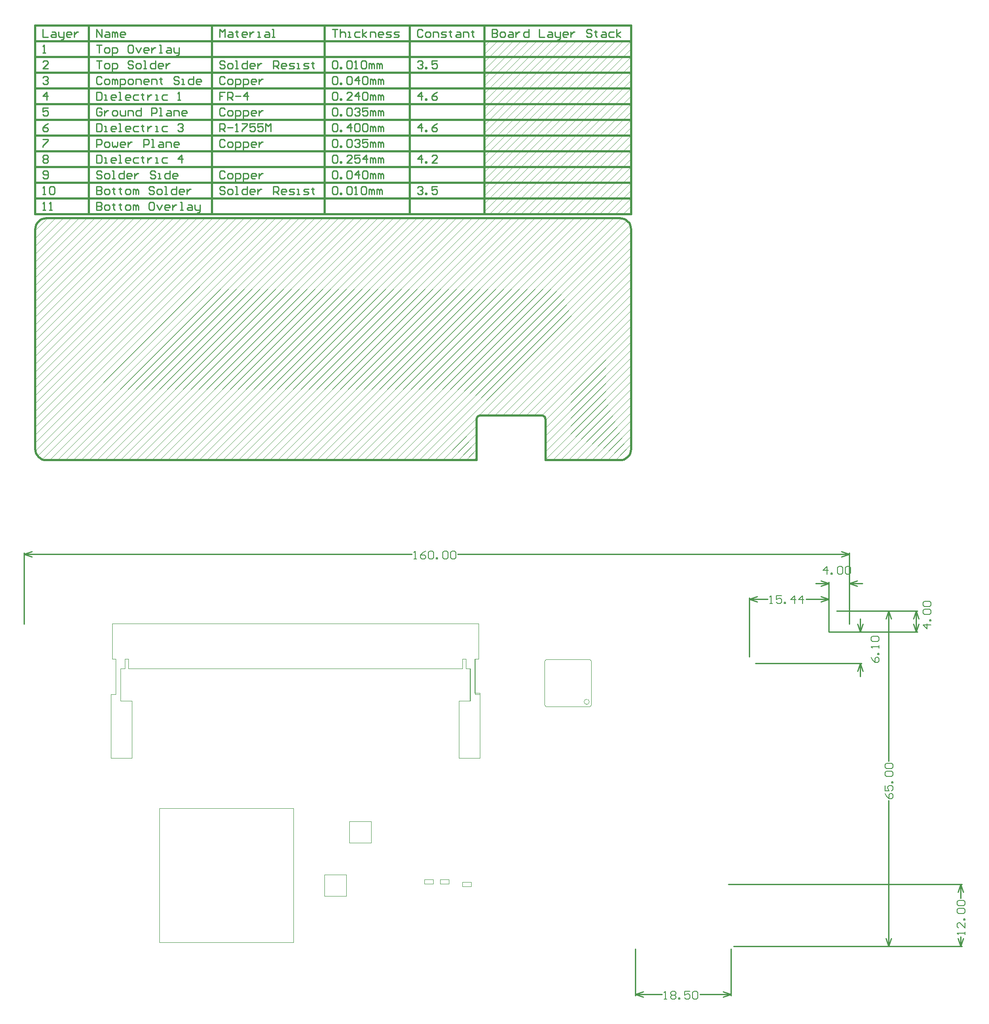
<source format=gm1>
G04 Layer_Color=16711935*
%FSAX25Y25*%
%MOIN*%
G70*
G01*
G75*
%ADD51C,0.01000*%
%ADD107C,0.00100*%
%ADD110C,0.00394*%
%ADD160C,0.01500*%
%ADD161C,0.00600*%
D51*
X0584500Y0351626D02*
Y0406000D01*
X1214421Y0351626D02*
Y0406000D01*
X0584500Y0405000D02*
X0880266D01*
X0915455D02*
X1214421D01*
X0584500D02*
X0590500Y0403000D01*
X0584500Y0405000D02*
X0590500Y0407000D01*
X1208421D02*
X1214421Y0405000D01*
X1208421Y0403000D02*
X1214421Y0405000D01*
X1051035Y0067750D02*
Y0103563D01*
X1123870Y0067750D02*
Y0103563D01*
X1051035Y0068750D02*
X1071257D01*
X1100449D02*
X1123870D01*
X1051035D02*
X1057035Y0066750D01*
X1051035Y0068750D02*
X1057035Y0070750D01*
X1117870D02*
X1123870Y0068750D01*
X1117870Y0066750D02*
X1123870Y0068750D01*
X1121917Y0152791D02*
X1300250D01*
X1125854Y0105547D02*
X1300250D01*
X1299250Y0142165D02*
Y0152791D01*
Y0105547D02*
Y0112973D01*
X1297250Y0146791D02*
X1299250Y0152791D01*
X1301250Y0146791D01*
X1299250Y0105547D02*
X1301250Y0111547D01*
X1297250D02*
X1299250Y0105547D01*
X1204595D02*
X1245250D01*
X1204595Y0361453D02*
X1245250D01*
X1244250Y0105547D02*
Y0216804D01*
Y0246996D02*
Y0361453D01*
Y0105547D02*
X1246250Y0111547D01*
X1242250D02*
X1244250Y0105547D01*
X1242250Y0355453D02*
X1244250Y0361453D01*
X1246250Y0355453D01*
X1137890Y0326445D02*
Y0371705D01*
X1198673Y0345705D02*
Y0371705D01*
X1137890Y0370705D02*
X1152086D01*
X1181277D02*
X1198673D01*
X1137890D02*
X1143890Y0368705D01*
X1137890Y0370705D02*
X1143890Y0372705D01*
X1192673D02*
X1198673Y0370705D01*
X1192673Y0368705D02*
X1198673Y0370705D01*
X1204595Y0361453D02*
X1266250D01*
X1198673Y0345705D02*
X1266250D01*
X1265250Y0353579D02*
Y0361453D01*
Y0345705D02*
Y0353579D01*
X1263250Y0355453D02*
X1265250Y0361453D01*
X1267250Y0355453D01*
X1265250Y0345705D02*
X1267250Y0351705D01*
X1263250D02*
X1265250Y0345705D01*
X1198673D02*
X1223673D01*
X1142661Y0321673D02*
X1223673D01*
X1222673Y0311673D02*
Y0321673D01*
Y0345705D02*
Y0355705D01*
X1220673Y0315673D02*
X1222673Y0321673D01*
X1224673Y0315673D01*
X1222673Y0345705D02*
X1224673Y0351705D01*
X1220673D02*
X1222673Y0345705D01*
X1214421Y0351626D02*
Y0383500D01*
X1198673Y0345705D02*
Y0383500D01*
X1188673Y0382500D02*
X1198673D01*
X1214421D02*
X1224421D01*
X1192673Y0384500D02*
X1198673Y0382500D01*
X1192673Y0380500D02*
X1198673Y0382500D01*
X1214421D02*
X1220421Y0380500D01*
X1214421Y0382500D02*
X1220421Y0384500D01*
X0941662Y0805543D02*
Y0799545D01*
X0944661D01*
X0945660Y0800545D01*
Y0801544D01*
X0944661Y0802544D01*
X0941662D01*
X0944661D01*
X0945660Y0803544D01*
Y0804543D01*
X0944661Y0805543D01*
X0941662D01*
X0948660Y0799545D02*
X0950659D01*
X0951659Y0800545D01*
Y0802544D01*
X0950659Y0803544D01*
X0948660D01*
X0947660Y0802544D01*
Y0800545D01*
X0948660Y0799545D01*
X0954658Y0803544D02*
X0956657D01*
X0957657Y0802544D01*
Y0799545D01*
X0954658D01*
X0953658Y0800545D01*
X0954658Y0801544D01*
X0957657D01*
X0959656Y0803544D02*
Y0799545D01*
Y0801544D01*
X0960656Y0802544D01*
X0961655Y0803544D01*
X0962655D01*
X0969653Y0805543D02*
Y0799545D01*
X0966654D01*
X0965654Y0800545D01*
Y0802544D01*
X0966654Y0803544D01*
X0969653D01*
X0977650Y0805543D02*
Y0799545D01*
X0981649D01*
X0984648Y0803544D02*
X0986647D01*
X0987647Y0802544D01*
Y0799545D01*
X0984648D01*
X0983648Y0800545D01*
X0984648Y0801544D01*
X0987647D01*
X0989646Y0803544D02*
Y0800545D01*
X0990646Y0799545D01*
X0993645D01*
Y0798545D01*
X0992645Y0797546D01*
X0991646D01*
X0993645Y0799545D02*
Y0803544D01*
X0998643Y0799545D02*
X0996644D01*
X0995644Y0800545D01*
Y0802544D01*
X0996644Y0803544D01*
X0998643D01*
X0999643Y0802544D01*
Y0801544D01*
X0995644D01*
X1001642Y0803544D02*
Y0799545D01*
Y0801544D01*
X1002642Y0802544D01*
X1003642Y0803544D01*
X1004641D01*
X1017637Y0804543D02*
X1016638Y0805543D01*
X1014638D01*
X1013638Y0804543D01*
Y0803544D01*
X1014638Y0802544D01*
X1016638D01*
X1017637Y0801544D01*
Y0800545D01*
X1016638Y0799545D01*
X1014638D01*
X1013638Y0800545D01*
X1020636Y0804543D02*
Y0803544D01*
X1019637D01*
X1021636D01*
X1020636D01*
Y0800545D01*
X1021636Y0799545D01*
X1025635Y0803544D02*
X1027634D01*
X1028634Y0802544D01*
Y0799545D01*
X1025635D01*
X1024635Y0800545D01*
X1025635Y0801544D01*
X1028634D01*
X1034632Y0803544D02*
X1031633D01*
X1030633Y0802544D01*
Y0800545D01*
X1031633Y0799545D01*
X1034632D01*
X1036631D02*
Y0805543D01*
Y0801544D02*
X1039630Y0803544D01*
X1036631Y0801544D02*
X1039630Y0799545D01*
X0884676Y0780543D02*
X0885675Y0781543D01*
X0887675D01*
X0888674Y0780543D01*
Y0779544D01*
X0887675Y0778544D01*
X0886675D01*
X0887675D01*
X0888674Y0777544D01*
Y0776545D01*
X0887675Y0775545D01*
X0885675D01*
X0884676Y0776545D01*
X0890674Y0775545D02*
Y0776545D01*
X0891673D01*
Y0775545D01*
X0890674D01*
X0899671Y0781543D02*
X0895672D01*
Y0778544D01*
X0897672Y0779544D01*
X0898671D01*
X0899671Y0778544D01*
Y0776545D01*
X0898671Y0775545D01*
X0896672D01*
X0895672Y0776545D01*
X0887675Y0751545D02*
Y0757543D01*
X0884676Y0754544D01*
X0888674D01*
X0890674Y0751545D02*
Y0752545D01*
X0891673D01*
Y0751545D01*
X0890674D01*
X0899671Y0757543D02*
X0897672Y0756543D01*
X0895672Y0754544D01*
Y0752545D01*
X0896672Y0751545D01*
X0898671D01*
X0899671Y0752545D01*
Y0753544D01*
X0898671Y0754544D01*
X0895672D01*
X0887675Y0727545D02*
Y0733543D01*
X0884676Y0730544D01*
X0888674D01*
X0890674Y0727545D02*
Y0728545D01*
X0891673D01*
Y0727545D01*
X0890674D01*
X0899671Y0733543D02*
X0897672Y0732543D01*
X0895672Y0730544D01*
Y0728545D01*
X0896672Y0727545D01*
X0898671D01*
X0899671Y0728545D01*
Y0729544D01*
X0898671Y0730544D01*
X0895672D01*
X0887675Y0703545D02*
Y0709543D01*
X0884676Y0706544D01*
X0888674D01*
X0890674Y0703545D02*
Y0704545D01*
X0891673D01*
Y0703545D01*
X0890674D01*
X0899671D02*
X0895672D01*
X0899671Y0707544D01*
Y0708543D01*
X0898671Y0709543D01*
X0896672D01*
X0895672Y0708543D01*
X0884676Y0684543D02*
X0885675Y0685543D01*
X0887675D01*
X0888674Y0684543D01*
Y0683544D01*
X0887675Y0682544D01*
X0886675D01*
X0887675D01*
X0888674Y0681544D01*
Y0680545D01*
X0887675Y0679545D01*
X0885675D01*
X0884676Y0680545D01*
X0890674Y0679545D02*
Y0680545D01*
X0891673D01*
Y0679545D01*
X0890674D01*
X0899671Y0685543D02*
X0895672D01*
Y0682544D01*
X0897672Y0683544D01*
X0898671D01*
X0899671Y0682544D01*
Y0680545D01*
X0898671Y0679545D01*
X0896672D01*
X0895672Y0680545D01*
X0888674Y0804543D02*
X0887675Y0805543D01*
X0885675D01*
X0884676Y0804543D01*
Y0800545D01*
X0885675Y0799545D01*
X0887675D01*
X0888674Y0800545D01*
X0891673Y0799545D02*
X0893673D01*
X0894672Y0800545D01*
Y0802544D01*
X0893673Y0803544D01*
X0891673D01*
X0890674Y0802544D01*
Y0800545D01*
X0891673Y0799545D01*
X0896672D02*
Y0803544D01*
X0899671D01*
X0900671Y0802544D01*
Y0799545D01*
X0902670D02*
X0905669D01*
X0906668Y0800545D01*
X0905669Y0801544D01*
X0903669D01*
X0902670Y0802544D01*
X0903669Y0803544D01*
X0906668D01*
X0909668Y0804543D02*
Y0803544D01*
X0908668D01*
X0910667D01*
X0909668D01*
Y0800545D01*
X0910667Y0799545D01*
X0914666Y0803544D02*
X0916665D01*
X0917665Y0802544D01*
Y0799545D01*
X0914666D01*
X0913666Y0800545D01*
X0914666Y0801544D01*
X0917665D01*
X0919664Y0799545D02*
Y0803544D01*
X0922663D01*
X0923663Y0802544D01*
Y0799545D01*
X0926662Y0804543D02*
Y0803544D01*
X0925662D01*
X0927662D01*
X0926662D01*
Y0800545D01*
X0927662Y0799545D01*
X0819692Y0780543D02*
X0820692Y0781543D01*
X0822691D01*
X0823691Y0780543D01*
Y0776545D01*
X0822691Y0775545D01*
X0820692D01*
X0819692Y0776545D01*
Y0780543D01*
X0825690Y0775545D02*
Y0776545D01*
X0826690D01*
Y0775545D01*
X0825690D01*
X0830689Y0780543D02*
X0831688Y0781543D01*
X0833688D01*
X0834687Y0780543D01*
Y0776545D01*
X0833688Y0775545D01*
X0831688D01*
X0830689Y0776545D01*
Y0780543D01*
X0836687Y0775545D02*
X0838686D01*
X0837686D01*
Y0781543D01*
X0836687Y0780543D01*
X0841685D02*
X0842685Y0781543D01*
X0844684D01*
X0845684Y0780543D01*
Y0776545D01*
X0844684Y0775545D01*
X0842685D01*
X0841685Y0776545D01*
Y0780543D01*
X0847683Y0775545D02*
Y0779544D01*
X0848683D01*
X0849682Y0778544D01*
Y0775545D01*
Y0778544D01*
X0850682Y0779544D01*
X0851682Y0778544D01*
Y0775545D01*
X0853681D02*
Y0779544D01*
X0854681D01*
X0855680Y0778544D01*
Y0775545D01*
Y0778544D01*
X0856680Y0779544D01*
X0857680Y0778544D01*
Y0775545D01*
X0819692Y0768543D02*
X0820692Y0769543D01*
X0822691D01*
X0823691Y0768543D01*
Y0764545D01*
X0822691Y0763545D01*
X0820692D01*
X0819692Y0764545D01*
Y0768543D01*
X0825690Y0763545D02*
Y0764545D01*
X0826690D01*
Y0763545D01*
X0825690D01*
X0830689Y0768543D02*
X0831688Y0769543D01*
X0833688D01*
X0834687Y0768543D01*
Y0764545D01*
X0833688Y0763545D01*
X0831688D01*
X0830689Y0764545D01*
Y0768543D01*
X0839686Y0763545D02*
Y0769543D01*
X0836687Y0766544D01*
X0840685D01*
X0842685Y0768543D02*
X0843684Y0769543D01*
X0845684D01*
X0846683Y0768543D01*
Y0764545D01*
X0845684Y0763545D01*
X0843684D01*
X0842685Y0764545D01*
Y0768543D01*
X0848683Y0763545D02*
Y0767544D01*
X0849683D01*
X0850682Y0766544D01*
Y0763545D01*
Y0766544D01*
X0851682Y0767544D01*
X0852682Y0766544D01*
Y0763545D01*
X0854681D02*
Y0767544D01*
X0855680D01*
X0856680Y0766544D01*
Y0763545D01*
Y0766544D01*
X0857680Y0767544D01*
X0858679Y0766544D01*
Y0763545D01*
X0819692Y0756543D02*
X0820692Y0757543D01*
X0822691D01*
X0823691Y0756543D01*
Y0752545D01*
X0822691Y0751545D01*
X0820692D01*
X0819692Y0752545D01*
Y0756543D01*
X0825690Y0751545D02*
Y0752545D01*
X0826690D01*
Y0751545D01*
X0825690D01*
X0834687D02*
X0830689D01*
X0834687Y0755544D01*
Y0756543D01*
X0833688Y0757543D01*
X0831688D01*
X0830689Y0756543D01*
X0839686Y0751545D02*
Y0757543D01*
X0836687Y0754544D01*
X0840685D01*
X0842685Y0756543D02*
X0843684Y0757543D01*
X0845684D01*
X0846683Y0756543D01*
Y0752545D01*
X0845684Y0751545D01*
X0843684D01*
X0842685Y0752545D01*
Y0756543D01*
X0848683Y0751545D02*
Y0755544D01*
X0849683D01*
X0850682Y0754544D01*
Y0751545D01*
Y0754544D01*
X0851682Y0755544D01*
X0852682Y0754544D01*
Y0751545D01*
X0854681D02*
Y0755544D01*
X0855680D01*
X0856680Y0754544D01*
Y0751545D01*
Y0754544D01*
X0857680Y0755544D01*
X0858679Y0754544D01*
Y0751545D01*
X0819692Y0744543D02*
X0820692Y0745543D01*
X0822691D01*
X0823691Y0744543D01*
Y0740545D01*
X0822691Y0739545D01*
X0820692D01*
X0819692Y0740545D01*
Y0744543D01*
X0825690Y0739545D02*
Y0740545D01*
X0826690D01*
Y0739545D01*
X0825690D01*
X0830689Y0744543D02*
X0831688Y0745543D01*
X0833688D01*
X0834687Y0744543D01*
Y0740545D01*
X0833688Y0739545D01*
X0831688D01*
X0830689Y0740545D01*
Y0744543D01*
X0836687D02*
X0837686Y0745543D01*
X0839686D01*
X0840685Y0744543D01*
Y0743544D01*
X0839686Y0742544D01*
X0838686D01*
X0839686D01*
X0840685Y0741544D01*
Y0740545D01*
X0839686Y0739545D01*
X0837686D01*
X0836687Y0740545D01*
X0846683Y0745543D02*
X0842685D01*
Y0742544D01*
X0844684Y0743544D01*
X0845684D01*
X0846683Y0742544D01*
Y0740545D01*
X0845684Y0739545D01*
X0843684D01*
X0842685Y0740545D01*
X0848683Y0739545D02*
Y0743544D01*
X0849683D01*
X0850682Y0742544D01*
Y0739545D01*
Y0742544D01*
X0851682Y0743544D01*
X0852682Y0742544D01*
Y0739545D01*
X0854681D02*
Y0743544D01*
X0855680D01*
X0856680Y0742544D01*
Y0739545D01*
Y0742544D01*
X0857680Y0743544D01*
X0858679Y0742544D01*
Y0739545D01*
X0819692Y0732543D02*
X0820692Y0733543D01*
X0822691D01*
X0823691Y0732543D01*
Y0728545D01*
X0822691Y0727545D01*
X0820692D01*
X0819692Y0728545D01*
Y0732543D01*
X0825690Y0727545D02*
Y0728545D01*
X0826690D01*
Y0727545D01*
X0825690D01*
X0833688D02*
Y0733543D01*
X0830689Y0730544D01*
X0834687D01*
X0836687Y0732543D02*
X0837686Y0733543D01*
X0839686D01*
X0840685Y0732543D01*
Y0728545D01*
X0839686Y0727545D01*
X0837686D01*
X0836687Y0728545D01*
Y0732543D01*
X0842685D02*
X0843684Y0733543D01*
X0845684D01*
X0846683Y0732543D01*
Y0728545D01*
X0845684Y0727545D01*
X0843684D01*
X0842685Y0728545D01*
Y0732543D01*
X0848683Y0727545D02*
Y0731544D01*
X0849683D01*
X0850682Y0730544D01*
Y0727545D01*
Y0730544D01*
X0851682Y0731544D01*
X0852682Y0730544D01*
Y0727545D01*
X0854681D02*
Y0731544D01*
X0855680D01*
X0856680Y0730544D01*
Y0727545D01*
Y0730544D01*
X0857680Y0731544D01*
X0858679Y0730544D01*
Y0727545D01*
X0819692Y0720543D02*
X0820692Y0721543D01*
X0822691D01*
X0823691Y0720543D01*
Y0716545D01*
X0822691Y0715545D01*
X0820692D01*
X0819692Y0716545D01*
Y0720543D01*
X0825690Y0715545D02*
Y0716545D01*
X0826690D01*
Y0715545D01*
X0825690D01*
X0830689Y0720543D02*
X0831688Y0721543D01*
X0833688D01*
X0834687Y0720543D01*
Y0716545D01*
X0833688Y0715545D01*
X0831688D01*
X0830689Y0716545D01*
Y0720543D01*
X0836687D02*
X0837686Y0721543D01*
X0839686D01*
X0840685Y0720543D01*
Y0719544D01*
X0839686Y0718544D01*
X0838686D01*
X0839686D01*
X0840685Y0717544D01*
Y0716545D01*
X0839686Y0715545D01*
X0837686D01*
X0836687Y0716545D01*
X0846683Y0721543D02*
X0842685D01*
Y0718544D01*
X0844684Y0719544D01*
X0845684D01*
X0846683Y0718544D01*
Y0716545D01*
X0845684Y0715545D01*
X0843684D01*
X0842685Y0716545D01*
X0848683Y0715545D02*
Y0719544D01*
X0849683D01*
X0850682Y0718544D01*
Y0715545D01*
Y0718544D01*
X0851682Y0719544D01*
X0852682Y0718544D01*
Y0715545D01*
X0854681D02*
Y0719544D01*
X0855680D01*
X0856680Y0718544D01*
Y0715545D01*
Y0718544D01*
X0857680Y0719544D01*
X0858679Y0718544D01*
Y0715545D01*
X0819692Y0708543D02*
X0820692Y0709543D01*
X0822691D01*
X0823691Y0708543D01*
Y0704545D01*
X0822691Y0703545D01*
X0820692D01*
X0819692Y0704545D01*
Y0708543D01*
X0825690Y0703545D02*
Y0704545D01*
X0826690D01*
Y0703545D01*
X0825690D01*
X0834687D02*
X0830689D01*
X0834687Y0707544D01*
Y0708543D01*
X0833688Y0709543D01*
X0831688D01*
X0830689Y0708543D01*
X0840685Y0709543D02*
X0836687D01*
Y0706544D01*
X0838686Y0707544D01*
X0839686D01*
X0840685Y0706544D01*
Y0704545D01*
X0839686Y0703545D01*
X0837686D01*
X0836687Y0704545D01*
X0845684Y0703545D02*
Y0709543D01*
X0842685Y0706544D01*
X0846683D01*
X0848683Y0703545D02*
Y0707544D01*
X0849683D01*
X0850682Y0706544D01*
Y0703545D01*
Y0706544D01*
X0851682Y0707544D01*
X0852682Y0706544D01*
Y0703545D01*
X0854681D02*
Y0707544D01*
X0855680D01*
X0856680Y0706544D01*
Y0703545D01*
Y0706544D01*
X0857680Y0707544D01*
X0858679Y0706544D01*
Y0703545D01*
X0819692Y0696543D02*
X0820692Y0697543D01*
X0822691D01*
X0823691Y0696543D01*
Y0692545D01*
X0822691Y0691545D01*
X0820692D01*
X0819692Y0692545D01*
Y0696543D01*
X0825690Y0691545D02*
Y0692545D01*
X0826690D01*
Y0691545D01*
X0825690D01*
X0830689Y0696543D02*
X0831688Y0697543D01*
X0833688D01*
X0834687Y0696543D01*
Y0692545D01*
X0833688Y0691545D01*
X0831688D01*
X0830689Y0692545D01*
Y0696543D01*
X0839686Y0691545D02*
Y0697543D01*
X0836687Y0694544D01*
X0840685D01*
X0842685Y0696543D02*
X0843684Y0697543D01*
X0845684D01*
X0846683Y0696543D01*
Y0692545D01*
X0845684Y0691545D01*
X0843684D01*
X0842685Y0692545D01*
Y0696543D01*
X0848683Y0691545D02*
Y0695544D01*
X0849683D01*
X0850682Y0694544D01*
Y0691545D01*
Y0694544D01*
X0851682Y0695544D01*
X0852682Y0694544D01*
Y0691545D01*
X0854681D02*
Y0695544D01*
X0855680D01*
X0856680Y0694544D01*
Y0691545D01*
Y0694544D01*
X0857680Y0695544D01*
X0858679Y0694544D01*
Y0691545D01*
X0819692Y0684543D02*
X0820692Y0685543D01*
X0822691D01*
X0823691Y0684543D01*
Y0680545D01*
X0822691Y0679545D01*
X0820692D01*
X0819692Y0680545D01*
Y0684543D01*
X0825690Y0679545D02*
Y0680545D01*
X0826690D01*
Y0679545D01*
X0825690D01*
X0830689Y0684543D02*
X0831688Y0685543D01*
X0833688D01*
X0834687Y0684543D01*
Y0680545D01*
X0833688Y0679545D01*
X0831688D01*
X0830689Y0680545D01*
Y0684543D01*
X0836687Y0679545D02*
X0838686D01*
X0837686D01*
Y0685543D01*
X0836687Y0684543D01*
X0841685D02*
X0842685Y0685543D01*
X0844684D01*
X0845684Y0684543D01*
Y0680545D01*
X0844684Y0679545D01*
X0842685D01*
X0841685Y0680545D01*
Y0684543D01*
X0847683Y0679545D02*
Y0683544D01*
X0848683D01*
X0849682Y0682544D01*
Y0679545D01*
Y0682544D01*
X0850682Y0683544D01*
X0851682Y0682544D01*
Y0679545D01*
X0853681D02*
Y0683544D01*
X0854681D01*
X0855680Y0682544D01*
Y0679545D01*
Y0682544D01*
X0856680Y0683544D01*
X0857680Y0682544D01*
Y0679545D01*
X0819692Y0805543D02*
X0823691D01*
X0821692D01*
Y0799545D01*
X0825690Y0805543D02*
Y0799545D01*
Y0802544D01*
X0826690Y0803544D01*
X0828689D01*
X0829689Y0802544D01*
Y0799545D01*
X0831688D02*
X0833688D01*
X0832688D01*
Y0803544D01*
X0831688D01*
X0840685D02*
X0837686D01*
X0836687Y0802544D01*
Y0800545D01*
X0837686Y0799545D01*
X0840685D01*
X0842685D02*
Y0805543D01*
Y0801544D02*
X0845684Y0803544D01*
X0842685Y0801544D02*
X0845684Y0799545D01*
X0848683D02*
Y0803544D01*
X0851682D01*
X0852682Y0802544D01*
Y0799545D01*
X0857680D02*
X0855680D01*
X0854681Y0800545D01*
Y0802544D01*
X0855680Y0803544D01*
X0857680D01*
X0858679Y0802544D01*
Y0801544D01*
X0854681D01*
X0860679Y0799545D02*
X0863678D01*
X0864678Y0800545D01*
X0863678Y0801544D01*
X0861679D01*
X0860679Y0802544D01*
X0861679Y0803544D01*
X0864678D01*
X0866677Y0799545D02*
X0869676D01*
X0870676Y0800545D01*
X0869676Y0801544D01*
X0867677D01*
X0866677Y0802544D01*
X0867677Y0803544D01*
X0870676D01*
X0737714Y0780543D02*
X0736715Y0781543D01*
X0734715D01*
X0733715Y0780543D01*
Y0779544D01*
X0734715Y0778544D01*
X0736715D01*
X0737714Y0777544D01*
Y0776545D01*
X0736715Y0775545D01*
X0734715D01*
X0733715Y0776545D01*
X0740713Y0775545D02*
X0742712D01*
X0743712Y0776545D01*
Y0778544D01*
X0742712Y0779544D01*
X0740713D01*
X0739713Y0778544D01*
Y0776545D01*
X0740713Y0775545D01*
X0745712D02*
X0747711D01*
X0746711D01*
Y0781543D01*
X0745712D01*
X0754709D02*
Y0775545D01*
X0751710D01*
X0750710Y0776545D01*
Y0778544D01*
X0751710Y0779544D01*
X0754709D01*
X0759707Y0775545D02*
X0757708D01*
X0756708Y0776545D01*
Y0778544D01*
X0757708Y0779544D01*
X0759707D01*
X0760707Y0778544D01*
Y0777544D01*
X0756708D01*
X0762706Y0779544D02*
Y0775545D01*
Y0777544D01*
X0763706Y0778544D01*
X0764705Y0779544D01*
X0765705D01*
X0774702Y0775545D02*
Y0781543D01*
X0777701D01*
X0778701Y0780543D01*
Y0778544D01*
X0777701Y0777544D01*
X0774702D01*
X0776701D02*
X0778701Y0775545D01*
X0783699D02*
X0781700D01*
X0780700Y0776545D01*
Y0778544D01*
X0781700Y0779544D01*
X0783699D01*
X0784699Y0778544D01*
Y0777544D01*
X0780700D01*
X0786698Y0775545D02*
X0789697D01*
X0790697Y0776545D01*
X0789697Y0777544D01*
X0787698D01*
X0786698Y0778544D01*
X0787698Y0779544D01*
X0790697D01*
X0792696Y0775545D02*
X0794696D01*
X0793696D01*
Y0779544D01*
X0792696D01*
X0797695Y0775545D02*
X0800694D01*
X0801694Y0776545D01*
X0800694Y0777544D01*
X0798694D01*
X0797695Y0778544D01*
X0798694Y0779544D01*
X0801694D01*
X0804692Y0780543D02*
Y0779544D01*
X0803693D01*
X0805692D01*
X0804692D01*
Y0776545D01*
X0805692Y0775545D01*
X0737714Y0768543D02*
X0736715Y0769543D01*
X0734715D01*
X0733715Y0768543D01*
Y0764545D01*
X0734715Y0763545D01*
X0736715D01*
X0737714Y0764545D01*
X0740713Y0763545D02*
X0742712D01*
X0743712Y0764545D01*
Y0766544D01*
X0742712Y0767544D01*
X0740713D01*
X0739713Y0766544D01*
Y0764545D01*
X0740713Y0763545D01*
X0745712Y0761546D02*
Y0767544D01*
X0748711D01*
X0749710Y0766544D01*
Y0764545D01*
X0748711Y0763545D01*
X0745712D01*
X0751710Y0761546D02*
Y0767544D01*
X0754709D01*
X0755708Y0766544D01*
Y0764545D01*
X0754709Y0763545D01*
X0751710D01*
X0760707D02*
X0758707D01*
X0757708Y0764545D01*
Y0766544D01*
X0758707Y0767544D01*
X0760707D01*
X0761706Y0766544D01*
Y0765544D01*
X0757708D01*
X0763706Y0767544D02*
Y0763545D01*
Y0765544D01*
X0764705Y0766544D01*
X0765705Y0767544D01*
X0766705D01*
X0737714Y0757543D02*
X0733715D01*
Y0754544D01*
X0735715D01*
X0733715D01*
Y0751545D01*
X0739713D02*
Y0757543D01*
X0742712D01*
X0743712Y0756543D01*
Y0754544D01*
X0742712Y0753544D01*
X0739713D01*
X0741713D02*
X0743712Y0751545D01*
X0745712Y0754544D02*
X0749710D01*
X0754709Y0751545D02*
Y0757543D01*
X0751710Y0754544D01*
X0755708D01*
X0737714Y0744543D02*
X0736715Y0745543D01*
X0734715D01*
X0733715Y0744543D01*
Y0740545D01*
X0734715Y0739545D01*
X0736715D01*
X0737714Y0740545D01*
X0740713Y0739545D02*
X0742712D01*
X0743712Y0740545D01*
Y0742544D01*
X0742712Y0743544D01*
X0740713D01*
X0739713Y0742544D01*
Y0740545D01*
X0740713Y0739545D01*
X0745712Y0737546D02*
Y0743544D01*
X0748711D01*
X0749710Y0742544D01*
Y0740545D01*
X0748711Y0739545D01*
X0745712D01*
X0751710Y0737546D02*
Y0743544D01*
X0754709D01*
X0755708Y0742544D01*
Y0740545D01*
X0754709Y0739545D01*
X0751710D01*
X0760707D02*
X0758707D01*
X0757708Y0740545D01*
Y0742544D01*
X0758707Y0743544D01*
X0760707D01*
X0761706Y0742544D01*
Y0741544D01*
X0757708D01*
X0763706Y0743544D02*
Y0739545D01*
Y0741544D01*
X0764705Y0742544D01*
X0765705Y0743544D01*
X0766705D01*
X0733715Y0727545D02*
Y0733543D01*
X0736715D01*
X0737714Y0732543D01*
Y0730544D01*
X0736715Y0729544D01*
X0733715D01*
X0735715D02*
X0737714Y0727545D01*
X0739713Y0730544D02*
X0743712D01*
X0745712Y0727545D02*
X0747711D01*
X0746711D01*
Y0733543D01*
X0745712Y0732543D01*
X0750710Y0733543D02*
X0754709D01*
Y0732543D01*
X0750710Y0728545D01*
Y0727545D01*
X0760707Y0733543D02*
X0756708D01*
Y0730544D01*
X0758707Y0731544D01*
X0759707D01*
X0760707Y0730544D01*
Y0728545D01*
X0759707Y0727545D01*
X0757708D01*
X0756708Y0728545D01*
X0766705Y0733543D02*
X0762706D01*
Y0730544D01*
X0764705Y0731544D01*
X0765705D01*
X0766705Y0730544D01*
Y0728545D01*
X0765705Y0727545D01*
X0763706D01*
X0762706Y0728545D01*
X0768704Y0727545D02*
Y0733543D01*
X0770704Y0731544D01*
X0772703Y0733543D01*
Y0727545D01*
X0737714Y0720543D02*
X0736715Y0721543D01*
X0734715D01*
X0733715Y0720543D01*
Y0716545D01*
X0734715Y0715545D01*
X0736715D01*
X0737714Y0716545D01*
X0740713Y0715545D02*
X0742712D01*
X0743712Y0716545D01*
Y0718544D01*
X0742712Y0719544D01*
X0740713D01*
X0739713Y0718544D01*
Y0716545D01*
X0740713Y0715545D01*
X0745712Y0713546D02*
Y0719544D01*
X0748711D01*
X0749710Y0718544D01*
Y0716545D01*
X0748711Y0715545D01*
X0745712D01*
X0751710Y0713546D02*
Y0719544D01*
X0754709D01*
X0755708Y0718544D01*
Y0716545D01*
X0754709Y0715545D01*
X0751710D01*
X0760707D02*
X0758707D01*
X0757708Y0716545D01*
Y0718544D01*
X0758707Y0719544D01*
X0760707D01*
X0761706Y0718544D01*
Y0717544D01*
X0757708D01*
X0763706Y0719544D02*
Y0715545D01*
Y0717544D01*
X0764705Y0718544D01*
X0765705Y0719544D01*
X0766705D01*
X0737714Y0696543D02*
X0736715Y0697543D01*
X0734715D01*
X0733715Y0696543D01*
Y0692545D01*
X0734715Y0691545D01*
X0736715D01*
X0737714Y0692545D01*
X0740713Y0691545D02*
X0742712D01*
X0743712Y0692545D01*
Y0694544D01*
X0742712Y0695544D01*
X0740713D01*
X0739713Y0694544D01*
Y0692545D01*
X0740713Y0691545D01*
X0745712Y0689546D02*
Y0695544D01*
X0748711D01*
X0749710Y0694544D01*
Y0692545D01*
X0748711Y0691545D01*
X0745712D01*
X0751710Y0689546D02*
Y0695544D01*
X0754709D01*
X0755708Y0694544D01*
Y0692545D01*
X0754709Y0691545D01*
X0751710D01*
X0760707D02*
X0758707D01*
X0757708Y0692545D01*
Y0694544D01*
X0758707Y0695544D01*
X0760707D01*
X0761706Y0694544D01*
Y0693544D01*
X0757708D01*
X0763706Y0695544D02*
Y0691545D01*
Y0693544D01*
X0764705Y0694544D01*
X0765705Y0695544D01*
X0766705D01*
X0737714Y0684543D02*
X0736715Y0685543D01*
X0734715D01*
X0733715Y0684543D01*
Y0683544D01*
X0734715Y0682544D01*
X0736715D01*
X0737714Y0681544D01*
Y0680545D01*
X0736715Y0679545D01*
X0734715D01*
X0733715Y0680545D01*
X0740713Y0679545D02*
X0742712D01*
X0743712Y0680545D01*
Y0682544D01*
X0742712Y0683544D01*
X0740713D01*
X0739713Y0682544D01*
Y0680545D01*
X0740713Y0679545D01*
X0745712D02*
X0747711D01*
X0746711D01*
Y0685543D01*
X0745712D01*
X0754709D02*
Y0679545D01*
X0751710D01*
X0750710Y0680545D01*
Y0682544D01*
X0751710Y0683544D01*
X0754709D01*
X0759707Y0679545D02*
X0757708D01*
X0756708Y0680545D01*
Y0682544D01*
X0757708Y0683544D01*
X0759707D01*
X0760707Y0682544D01*
Y0681544D01*
X0756708D01*
X0762706Y0683544D02*
Y0679545D01*
Y0681544D01*
X0763706Y0682544D01*
X0764705Y0683544D01*
X0765705D01*
X0774702Y0679545D02*
Y0685543D01*
X0777701D01*
X0778701Y0684543D01*
Y0682544D01*
X0777701Y0681544D01*
X0774702D01*
X0776701D02*
X0778701Y0679545D01*
X0783699D02*
X0781700D01*
X0780700Y0680545D01*
Y0682544D01*
X0781700Y0683544D01*
X0783699D01*
X0784699Y0682544D01*
Y0681544D01*
X0780700D01*
X0786698Y0679545D02*
X0789697D01*
X0790697Y0680545D01*
X0789697Y0681544D01*
X0787698D01*
X0786698Y0682544D01*
X0787698Y0683544D01*
X0790697D01*
X0792696Y0679545D02*
X0794696D01*
X0793696D01*
Y0683544D01*
X0792696D01*
X0797695Y0679545D02*
X0800694D01*
X0801694Y0680545D01*
X0800694Y0681544D01*
X0798694D01*
X0797695Y0682544D01*
X0798694Y0683544D01*
X0801694D01*
X0804692Y0684543D02*
Y0683544D01*
X0803693D01*
X0805692D01*
X0804692D01*
Y0680545D01*
X0805692Y0679545D01*
X0733715Y0799545D02*
Y0805543D01*
X0735715Y0803544D01*
X0737714Y0805543D01*
Y0799545D01*
X0740713Y0803544D02*
X0742712D01*
X0743712Y0802544D01*
Y0799545D01*
X0740713D01*
X0739713Y0800545D01*
X0740713Y0801544D01*
X0743712D01*
X0746711Y0804543D02*
Y0803544D01*
X0745712D01*
X0747711D01*
X0746711D01*
Y0800545D01*
X0747711Y0799545D01*
X0753709D02*
X0751710D01*
X0750710Y0800545D01*
Y0802544D01*
X0751710Y0803544D01*
X0753709D01*
X0754709Y0802544D01*
Y0801544D01*
X0750710D01*
X0756708Y0803544D02*
Y0799545D01*
Y0801544D01*
X0757708Y0802544D01*
X0758707Y0803544D01*
X0759707D01*
X0762706Y0799545D02*
X0764705D01*
X0763706D01*
Y0803544D01*
X0762706D01*
X0768704D02*
X0770704D01*
X0771703Y0802544D01*
Y0799545D01*
X0768704D01*
X0767704Y0800545D01*
X0768704Y0801544D01*
X0771703D01*
X0773702Y0799545D02*
X0775702D01*
X0774702D01*
Y0805543D01*
X0773702D01*
X0639741Y0793543D02*
X0643740D01*
X0641741D01*
Y0787545D01*
X0646739D02*
X0648738D01*
X0649738Y0788545D01*
Y0790544D01*
X0648738Y0791544D01*
X0646739D01*
X0645739Y0790544D01*
Y0788545D01*
X0646739Y0787545D01*
X0651737Y0785546D02*
Y0791544D01*
X0654737D01*
X0655736Y0790544D01*
Y0788545D01*
X0654737Y0787545D01*
X0651737D01*
X0666733Y0793543D02*
X0664733D01*
X0663734Y0792543D01*
Y0788545D01*
X0664733Y0787545D01*
X0666733D01*
X0667732Y0788545D01*
Y0792543D01*
X0666733Y0793543D01*
X0669732Y0791544D02*
X0671731Y0787545D01*
X0673730Y0791544D01*
X0678729Y0787545D02*
X0676729D01*
X0675730Y0788545D01*
Y0790544D01*
X0676729Y0791544D01*
X0678729D01*
X0679728Y0790544D01*
Y0789544D01*
X0675730D01*
X0681728Y0791544D02*
Y0787545D01*
Y0789544D01*
X0682727Y0790544D01*
X0683727Y0791544D01*
X0684727D01*
X0687726Y0787545D02*
X0689725D01*
X0688726D01*
Y0793543D01*
X0687726D01*
X0693724Y0791544D02*
X0695723D01*
X0696723Y0790544D01*
Y0787545D01*
X0693724D01*
X0692724Y0788545D01*
X0693724Y0789544D01*
X0696723D01*
X0698722Y0791544D02*
Y0788545D01*
X0699722Y0787545D01*
X0702721D01*
Y0786545D01*
X0701721Y0785546D01*
X0700722D01*
X0702721Y0787545D02*
Y0791544D01*
X0639741Y0781543D02*
X0643740D01*
X0641741D01*
Y0775545D01*
X0646739D02*
X0648738D01*
X0649738Y0776545D01*
Y0778544D01*
X0648738Y0779544D01*
X0646739D01*
X0645739Y0778544D01*
Y0776545D01*
X0646739Y0775545D01*
X0651737Y0773546D02*
Y0779544D01*
X0654737D01*
X0655736Y0778544D01*
Y0776545D01*
X0654737Y0775545D01*
X0651737D01*
X0667732Y0780543D02*
X0666733Y0781543D01*
X0664733D01*
X0663734Y0780543D01*
Y0779544D01*
X0664733Y0778544D01*
X0666733D01*
X0667732Y0777544D01*
Y0776545D01*
X0666733Y0775545D01*
X0664733D01*
X0663734Y0776545D01*
X0670731Y0775545D02*
X0672731D01*
X0673730Y0776545D01*
Y0778544D01*
X0672731Y0779544D01*
X0670731D01*
X0669732Y0778544D01*
Y0776545D01*
X0670731Y0775545D01*
X0675730D02*
X0677729D01*
X0676729D01*
Y0781543D01*
X0675730D01*
X0684727D02*
Y0775545D01*
X0681728D01*
X0680728Y0776545D01*
Y0778544D01*
X0681728Y0779544D01*
X0684727D01*
X0689725Y0775545D02*
X0687726D01*
X0686726Y0776545D01*
Y0778544D01*
X0687726Y0779544D01*
X0689725D01*
X0690725Y0778544D01*
Y0777544D01*
X0686726D01*
X0692724Y0779544D02*
Y0775545D01*
Y0777544D01*
X0693724Y0778544D01*
X0694724Y0779544D01*
X0695723D01*
X0643740Y0768543D02*
X0642740Y0769543D01*
X0640741D01*
X0639741Y0768543D01*
Y0764545D01*
X0640741Y0763545D01*
X0642740D01*
X0643740Y0764545D01*
X0646739Y0763545D02*
X0648738D01*
X0649738Y0764545D01*
Y0766544D01*
X0648738Y0767544D01*
X0646739D01*
X0645739Y0766544D01*
Y0764545D01*
X0646739Y0763545D01*
X0651737D02*
Y0767544D01*
X0652737D01*
X0653737Y0766544D01*
Y0763545D01*
Y0766544D01*
X0654737Y0767544D01*
X0655736Y0766544D01*
Y0763545D01*
X0657735Y0761546D02*
Y0767544D01*
X0660735D01*
X0661734Y0766544D01*
Y0764545D01*
X0660735Y0763545D01*
X0657735D01*
X0664733D02*
X0666733D01*
X0667732Y0764545D01*
Y0766544D01*
X0666733Y0767544D01*
X0664733D01*
X0663734Y0766544D01*
Y0764545D01*
X0664733Y0763545D01*
X0669732D02*
Y0767544D01*
X0672731D01*
X0673730Y0766544D01*
Y0763545D01*
X0678729D02*
X0676729D01*
X0675730Y0764545D01*
Y0766544D01*
X0676729Y0767544D01*
X0678729D01*
X0679728Y0766544D01*
Y0765544D01*
X0675730D01*
X0681728Y0763545D02*
Y0767544D01*
X0684727D01*
X0685726Y0766544D01*
Y0763545D01*
X0688726Y0768543D02*
Y0767544D01*
X0687726D01*
X0689725D01*
X0688726D01*
Y0764545D01*
X0689725Y0763545D01*
X0702721Y0768543D02*
X0701721Y0769543D01*
X0699722D01*
X0698722Y0768543D01*
Y0767544D01*
X0699722Y0766544D01*
X0701721D01*
X0702721Y0765544D01*
Y0764545D01*
X0701721Y0763545D01*
X0699722D01*
X0698722Y0764545D01*
X0704720Y0763545D02*
X0706720D01*
X0705720D01*
Y0767544D01*
X0704720D01*
X0713717Y0769543D02*
Y0763545D01*
X0710718D01*
X0709719Y0764545D01*
Y0766544D01*
X0710718Y0767544D01*
X0713717D01*
X0718716Y0763545D02*
X0716716D01*
X0715717Y0764545D01*
Y0766544D01*
X0716716Y0767544D01*
X0718716D01*
X0719715Y0766544D01*
Y0765544D01*
X0715717D01*
X0639741Y0757543D02*
Y0751545D01*
X0642740D01*
X0643740Y0752545D01*
Y0756543D01*
X0642740Y0757543D01*
X0639741D01*
X0645739Y0751545D02*
X0647739D01*
X0646739D01*
Y0755544D01*
X0645739D01*
X0653737Y0751545D02*
X0651737D01*
X0650738Y0752545D01*
Y0754544D01*
X0651737Y0755544D01*
X0653737D01*
X0654737Y0754544D01*
Y0753544D01*
X0650738D01*
X0656736Y0751545D02*
X0658735D01*
X0657735D01*
Y0757543D01*
X0656736D01*
X0664733Y0751545D02*
X0662734D01*
X0661734Y0752545D01*
Y0754544D01*
X0662734Y0755544D01*
X0664733D01*
X0665733Y0754544D01*
Y0753544D01*
X0661734D01*
X0671731Y0755544D02*
X0668732D01*
X0667732Y0754544D01*
Y0752545D01*
X0668732Y0751545D01*
X0671731D01*
X0674730Y0756543D02*
Y0755544D01*
X0673730D01*
X0675730D01*
X0674730D01*
Y0752545D01*
X0675730Y0751545D01*
X0678729Y0755544D02*
Y0751545D01*
Y0753544D01*
X0679728Y0754544D01*
X0680728Y0755544D01*
X0681728D01*
X0684727Y0751545D02*
X0686726D01*
X0685726D01*
Y0755544D01*
X0684727D01*
X0693724D02*
X0690725D01*
X0689725Y0754544D01*
Y0752545D01*
X0690725Y0751545D01*
X0693724D01*
X0701721D02*
X0703721D01*
X0702721D01*
Y0757543D01*
X0701721Y0756543D01*
X0643740Y0744543D02*
X0642740Y0745543D01*
X0640741D01*
X0639741Y0744543D01*
Y0740545D01*
X0640741Y0739545D01*
X0642740D01*
X0643740Y0740545D01*
Y0742544D01*
X0641741D01*
X0645739Y0743544D02*
Y0739545D01*
Y0741544D01*
X0646739Y0742544D01*
X0647739Y0743544D01*
X0648738D01*
X0652737Y0739545D02*
X0654737D01*
X0655736Y0740545D01*
Y0742544D01*
X0654737Y0743544D01*
X0652737D01*
X0651737Y0742544D01*
Y0740545D01*
X0652737Y0739545D01*
X0657735Y0743544D02*
Y0740545D01*
X0658735Y0739545D01*
X0661734D01*
Y0743544D01*
X0663734Y0739545D02*
Y0743544D01*
X0666733D01*
X0667732Y0742544D01*
Y0739545D01*
X0673730Y0745543D02*
Y0739545D01*
X0670731D01*
X0669732Y0740545D01*
Y0742544D01*
X0670731Y0743544D01*
X0673730D01*
X0681728Y0739545D02*
Y0745543D01*
X0684727D01*
X0685726Y0744543D01*
Y0742544D01*
X0684727Y0741544D01*
X0681728D01*
X0687726Y0739545D02*
X0689725D01*
X0688726D01*
Y0745543D01*
X0687726D01*
X0693724Y0743544D02*
X0695723D01*
X0696723Y0742544D01*
Y0739545D01*
X0693724D01*
X0692724Y0740545D01*
X0693724Y0741544D01*
X0696723D01*
X0698722Y0739545D02*
Y0743544D01*
X0701721D01*
X0702721Y0742544D01*
Y0739545D01*
X0707719D02*
X0705720D01*
X0704720Y0740545D01*
Y0742544D01*
X0705720Y0743544D01*
X0707719D01*
X0708719Y0742544D01*
Y0741544D01*
X0704720D01*
X0639741Y0733543D02*
Y0727545D01*
X0642740D01*
X0643740Y0728545D01*
Y0732543D01*
X0642740Y0733543D01*
X0639741D01*
X0645739Y0727545D02*
X0647739D01*
X0646739D01*
Y0731544D01*
X0645739D01*
X0653737Y0727545D02*
X0651737D01*
X0650738Y0728545D01*
Y0730544D01*
X0651737Y0731544D01*
X0653737D01*
X0654737Y0730544D01*
Y0729544D01*
X0650738D01*
X0656736Y0727545D02*
X0658735D01*
X0657735D01*
Y0733543D01*
X0656736D01*
X0664733Y0727545D02*
X0662734D01*
X0661734Y0728545D01*
Y0730544D01*
X0662734Y0731544D01*
X0664733D01*
X0665733Y0730544D01*
Y0729544D01*
X0661734D01*
X0671731Y0731544D02*
X0668732D01*
X0667732Y0730544D01*
Y0728545D01*
X0668732Y0727545D01*
X0671731D01*
X0674730Y0732543D02*
Y0731544D01*
X0673730D01*
X0675730D01*
X0674730D01*
Y0728545D01*
X0675730Y0727545D01*
X0678729Y0731544D02*
Y0727545D01*
Y0729544D01*
X0679728Y0730544D01*
X0680728Y0731544D01*
X0681728D01*
X0684727Y0727545D02*
X0686726D01*
X0685726D01*
Y0731544D01*
X0684727D01*
X0693724D02*
X0690725D01*
X0689725Y0730544D01*
Y0728545D01*
X0690725Y0727545D01*
X0693724D01*
X0701721Y0732543D02*
X0702721Y0733543D01*
X0704720D01*
X0705720Y0732543D01*
Y0731544D01*
X0704720Y0730544D01*
X0703721D01*
X0704720D01*
X0705720Y0729544D01*
Y0728545D01*
X0704720Y0727545D01*
X0702721D01*
X0701721Y0728545D01*
X0639741Y0715545D02*
Y0721543D01*
X0642740D01*
X0643740Y0720543D01*
Y0718544D01*
X0642740Y0717544D01*
X0639741D01*
X0646739Y0715545D02*
X0648738D01*
X0649738Y0716545D01*
Y0718544D01*
X0648738Y0719544D01*
X0646739D01*
X0645739Y0718544D01*
Y0716545D01*
X0646739Y0715545D01*
X0651737Y0719544D02*
Y0716545D01*
X0652737Y0715545D01*
X0653737Y0716545D01*
X0654737Y0715545D01*
X0655736Y0716545D01*
Y0719544D01*
X0660735Y0715545D02*
X0658735D01*
X0657735Y0716545D01*
Y0718544D01*
X0658735Y0719544D01*
X0660735D01*
X0661734Y0718544D01*
Y0717544D01*
X0657735D01*
X0663734Y0719544D02*
Y0715545D01*
Y0717544D01*
X0664733Y0718544D01*
X0665733Y0719544D01*
X0666733D01*
X0675730Y0715545D02*
Y0721543D01*
X0678729D01*
X0679728Y0720543D01*
Y0718544D01*
X0678729Y0717544D01*
X0675730D01*
X0681728Y0715545D02*
X0683727D01*
X0682727D01*
Y0721543D01*
X0681728D01*
X0687726Y0719544D02*
X0689725D01*
X0690725Y0718544D01*
Y0715545D01*
X0687726D01*
X0686726Y0716545D01*
X0687726Y0717544D01*
X0690725D01*
X0692724Y0715545D02*
Y0719544D01*
X0695723D01*
X0696723Y0718544D01*
Y0715545D01*
X0701721D02*
X0699722D01*
X0698722Y0716545D01*
Y0718544D01*
X0699722Y0719544D01*
X0701721D01*
X0702721Y0718544D01*
Y0717544D01*
X0698722D01*
X0639741Y0709543D02*
Y0703545D01*
X0642740D01*
X0643740Y0704545D01*
Y0708543D01*
X0642740Y0709543D01*
X0639741D01*
X0645739Y0703545D02*
X0647739D01*
X0646739D01*
Y0707544D01*
X0645739D01*
X0653737Y0703545D02*
X0651737D01*
X0650738Y0704545D01*
Y0706544D01*
X0651737Y0707544D01*
X0653737D01*
X0654737Y0706544D01*
Y0705544D01*
X0650738D01*
X0656736Y0703545D02*
X0658735D01*
X0657735D01*
Y0709543D01*
X0656736D01*
X0664733Y0703545D02*
X0662734D01*
X0661734Y0704545D01*
Y0706544D01*
X0662734Y0707544D01*
X0664733D01*
X0665733Y0706544D01*
Y0705544D01*
X0661734D01*
X0671731Y0707544D02*
X0668732D01*
X0667732Y0706544D01*
Y0704545D01*
X0668732Y0703545D01*
X0671731D01*
X0674730Y0708543D02*
Y0707544D01*
X0673730D01*
X0675730D01*
X0674730D01*
Y0704545D01*
X0675730Y0703545D01*
X0678729Y0707544D02*
Y0703545D01*
Y0705544D01*
X0679728Y0706544D01*
X0680728Y0707544D01*
X0681728D01*
X0684727Y0703545D02*
X0686726D01*
X0685726D01*
Y0707544D01*
X0684727D01*
X0693724D02*
X0690725D01*
X0689725Y0706544D01*
Y0704545D01*
X0690725Y0703545D01*
X0693724D01*
X0704720D02*
Y0709543D01*
X0701721Y0706544D01*
X0705720D01*
X0643740Y0696543D02*
X0642740Y0697543D01*
X0640741D01*
X0639741Y0696543D01*
Y0695544D01*
X0640741Y0694544D01*
X0642740D01*
X0643740Y0693544D01*
Y0692545D01*
X0642740Y0691545D01*
X0640741D01*
X0639741Y0692545D01*
X0646739Y0691545D02*
X0648738D01*
X0649738Y0692545D01*
Y0694544D01*
X0648738Y0695544D01*
X0646739D01*
X0645739Y0694544D01*
Y0692545D01*
X0646739Y0691545D01*
X0651737D02*
X0653737D01*
X0652737D01*
Y0697543D01*
X0651737D01*
X0660735D02*
Y0691545D01*
X0657735D01*
X0656736Y0692545D01*
Y0694544D01*
X0657735Y0695544D01*
X0660735D01*
X0665733Y0691545D02*
X0663734D01*
X0662734Y0692545D01*
Y0694544D01*
X0663734Y0695544D01*
X0665733D01*
X0666733Y0694544D01*
Y0693544D01*
X0662734D01*
X0668732Y0695544D02*
Y0691545D01*
Y0693544D01*
X0669732Y0694544D01*
X0670731Y0695544D01*
X0671731D01*
X0684727Y0696543D02*
X0683727Y0697543D01*
X0681728D01*
X0680728Y0696543D01*
Y0695544D01*
X0681728Y0694544D01*
X0683727D01*
X0684727Y0693544D01*
Y0692545D01*
X0683727Y0691545D01*
X0681728D01*
X0680728Y0692545D01*
X0686726Y0691545D02*
X0688726D01*
X0687726D01*
Y0695544D01*
X0686726D01*
X0695723Y0697543D02*
Y0691545D01*
X0692724D01*
X0691724Y0692545D01*
Y0694544D01*
X0692724Y0695544D01*
X0695723D01*
X0700722Y0691545D02*
X0698722D01*
X0697722Y0692545D01*
Y0694544D01*
X0698722Y0695544D01*
X0700722D01*
X0701721Y0694544D01*
Y0693544D01*
X0697722D01*
X0639741Y0685543D02*
Y0679545D01*
X0642740D01*
X0643740Y0680545D01*
Y0681544D01*
X0642740Y0682544D01*
X0639741D01*
X0642740D01*
X0643740Y0683544D01*
Y0684543D01*
X0642740Y0685543D01*
X0639741D01*
X0646739Y0679545D02*
X0648738D01*
X0649738Y0680545D01*
Y0682544D01*
X0648738Y0683544D01*
X0646739D01*
X0645739Y0682544D01*
Y0680545D01*
X0646739Y0679545D01*
X0652737Y0684543D02*
Y0683544D01*
X0651737D01*
X0653737D01*
X0652737D01*
Y0680545D01*
X0653737Y0679545D01*
X0657735Y0684543D02*
Y0683544D01*
X0656736D01*
X0658735D01*
X0657735D01*
Y0680545D01*
X0658735Y0679545D01*
X0662734D02*
X0664733D01*
X0665733Y0680545D01*
Y0682544D01*
X0664733Y0683544D01*
X0662734D01*
X0661734Y0682544D01*
Y0680545D01*
X0662734Y0679545D01*
X0667732D02*
Y0683544D01*
X0668732D01*
X0669732Y0682544D01*
Y0679545D01*
Y0682544D01*
X0670731Y0683544D01*
X0671731Y0682544D01*
Y0679545D01*
X0683727Y0684543D02*
X0682727Y0685543D01*
X0680728D01*
X0679728Y0684543D01*
Y0683544D01*
X0680728Y0682544D01*
X0682727D01*
X0683727Y0681544D01*
Y0680545D01*
X0682727Y0679545D01*
X0680728D01*
X0679728Y0680545D01*
X0686726Y0679545D02*
X0688726D01*
X0689725Y0680545D01*
Y0682544D01*
X0688726Y0683544D01*
X0686726D01*
X0685726Y0682544D01*
Y0680545D01*
X0686726Y0679545D01*
X0691724D02*
X0693724D01*
X0692724D01*
Y0685543D01*
X0691724D01*
X0700722D02*
Y0679545D01*
X0697722D01*
X0696723Y0680545D01*
Y0682544D01*
X0697722Y0683544D01*
X0700722D01*
X0705720Y0679545D02*
X0703721D01*
X0702721Y0680545D01*
Y0682544D01*
X0703721Y0683544D01*
X0705720D01*
X0706720Y0682544D01*
Y0681544D01*
X0702721D01*
X0708719Y0683544D02*
Y0679545D01*
Y0681544D01*
X0709719Y0682544D01*
X0710718Y0683544D01*
X0711718D01*
X0639741Y0673543D02*
Y0667545D01*
X0642740D01*
X0643740Y0668545D01*
Y0669544D01*
X0642740Y0670544D01*
X0639741D01*
X0642740D01*
X0643740Y0671544D01*
Y0672543D01*
X0642740Y0673543D01*
X0639741D01*
X0646739Y0667545D02*
X0648738D01*
X0649738Y0668545D01*
Y0670544D01*
X0648738Y0671544D01*
X0646739D01*
X0645739Y0670544D01*
Y0668545D01*
X0646739Y0667545D01*
X0652737Y0672543D02*
Y0671544D01*
X0651737D01*
X0653737D01*
X0652737D01*
Y0668545D01*
X0653737Y0667545D01*
X0657735Y0672543D02*
Y0671544D01*
X0656736D01*
X0658735D01*
X0657735D01*
Y0668545D01*
X0658735Y0667545D01*
X0662734D02*
X0664733D01*
X0665733Y0668545D01*
Y0670544D01*
X0664733Y0671544D01*
X0662734D01*
X0661734Y0670544D01*
Y0668545D01*
X0662734Y0667545D01*
X0667732D02*
Y0671544D01*
X0668732D01*
X0669732Y0670544D01*
Y0667545D01*
Y0670544D01*
X0670731Y0671544D01*
X0671731Y0670544D01*
Y0667545D01*
X0682727Y0673543D02*
X0680728D01*
X0679728Y0672543D01*
Y0668545D01*
X0680728Y0667545D01*
X0682727D01*
X0683727Y0668545D01*
Y0672543D01*
X0682727Y0673543D01*
X0685726Y0671544D02*
X0687726Y0667545D01*
X0689725Y0671544D01*
X0694724Y0667545D02*
X0692724D01*
X0691724Y0668545D01*
Y0670544D01*
X0692724Y0671544D01*
X0694724D01*
X0695723Y0670544D01*
Y0669544D01*
X0691724D01*
X0697722Y0671544D02*
Y0667545D01*
Y0669544D01*
X0698722Y0670544D01*
X0699722Y0671544D01*
X0700722D01*
X0703721Y0667545D02*
X0705720D01*
X0704720D01*
Y0673543D01*
X0703721D01*
X0709719Y0671544D02*
X0711718D01*
X0712718Y0670544D01*
Y0667545D01*
X0709719D01*
X0708719Y0668545D01*
X0709719Y0669544D01*
X0712718D01*
X0714717Y0671544D02*
Y0668545D01*
X0715717Y0667545D01*
X0718716D01*
Y0666545D01*
X0717716Y0665546D01*
X0716716D01*
X0718716Y0667545D02*
Y0671544D01*
X0639741Y0799545D02*
Y0805543D01*
X0643740Y0799545D01*
Y0805543D01*
X0646739Y0803544D02*
X0648738D01*
X0649738Y0802544D01*
Y0799545D01*
X0646739D01*
X0645739Y0800545D01*
X0646739Y0801544D01*
X0649738D01*
X0651737Y0799545D02*
Y0803544D01*
X0652737D01*
X0653737Y0802544D01*
Y0799545D01*
Y0802544D01*
X0654737Y0803544D01*
X0655736Y0802544D01*
Y0799545D01*
X0660735D02*
X0658735D01*
X0657735Y0800545D01*
Y0802544D01*
X0658735Y0803544D01*
X0660735D01*
X0661734Y0802544D01*
Y0801544D01*
X0657735D01*
X0598750Y0787545D02*
X0600749D01*
X0599750D01*
Y0793543D01*
X0598750Y0792543D01*
X0602749Y0775545D02*
X0598750D01*
X0602749Y0779544D01*
Y0780543D01*
X0601749Y0781543D01*
X0599750D01*
X0598750Y0780543D01*
Y0768543D02*
X0599750Y0769543D01*
X0601749D01*
X0602749Y0768543D01*
Y0767544D01*
X0601749Y0766544D01*
X0600749D01*
X0601749D01*
X0602749Y0765544D01*
Y0764545D01*
X0601749Y0763545D01*
X0599750D01*
X0598750Y0764545D01*
X0601749Y0751545D02*
Y0757543D01*
X0598750Y0754544D01*
X0602749D01*
Y0745543D02*
X0598750D01*
Y0742544D01*
X0600749Y0743544D01*
X0601749D01*
X0602749Y0742544D01*
Y0740545D01*
X0601749Y0739545D01*
X0599750D01*
X0598750Y0740545D01*
X0602749Y0733543D02*
X0600749Y0732543D01*
X0598750Y0730544D01*
Y0728545D01*
X0599750Y0727545D01*
X0601749D01*
X0602749Y0728545D01*
Y0729544D01*
X0601749Y0730544D01*
X0598750D01*
Y0721543D02*
X0602749D01*
Y0720543D01*
X0598750Y0716545D01*
Y0715545D01*
Y0708543D02*
X0599750Y0709543D01*
X0601749D01*
X0602749Y0708543D01*
Y0707544D01*
X0601749Y0706544D01*
X0602749Y0705544D01*
Y0704545D01*
X0601749Y0703545D01*
X0599750D01*
X0598750Y0704545D01*
Y0705544D01*
X0599750Y0706544D01*
X0598750Y0707544D01*
Y0708543D01*
X0599750Y0706544D02*
X0601749D01*
X0598750Y0692545D02*
X0599750Y0691545D01*
X0601749D01*
X0602749Y0692545D01*
Y0696543D01*
X0601749Y0697543D01*
X0599750D01*
X0598750Y0696543D01*
Y0695544D01*
X0599750Y0694544D01*
X0602749D01*
X0598750Y0679545D02*
X0600749D01*
X0599750D01*
Y0685543D01*
X0598750Y0684543D01*
X0603748D02*
X0604748Y0685543D01*
X0606747D01*
X0607747Y0684543D01*
Y0680545D01*
X0606747Y0679545D01*
X0604748D01*
X0603748Y0680545D01*
Y0684543D01*
X0598750Y0667545D02*
X0600749D01*
X0599750D01*
Y0673543D01*
X0598750Y0672543D01*
X0603748Y0667545D02*
X0605748D01*
X0604748D01*
Y0673543D01*
X0603748Y0672543D01*
X0598750Y0805543D02*
Y0799545D01*
X0602749D01*
X0605748Y0803544D02*
X0607747D01*
X0608747Y0802544D01*
Y0799545D01*
X0605748D01*
X0604748Y0800545D01*
X0605748Y0801544D01*
X0608747D01*
X0610746Y0803544D02*
Y0800545D01*
X0611746Y0799545D01*
X0614745D01*
Y0798545D01*
X0613745Y0797546D01*
X0612746D01*
X0614745Y0799545D02*
Y0803544D01*
X0619743Y0799545D02*
X0617744D01*
X0616744Y0800545D01*
Y0802544D01*
X0617744Y0803544D01*
X0619743D01*
X0620743Y0802544D01*
Y0801544D01*
X0616744D01*
X0622742Y0803544D02*
Y0799545D01*
Y0801544D01*
X0623742Y0802544D01*
X0624742Y0803544D01*
X0625741D01*
D107*
X0592750Y0651870D02*
X0602479Y0661599D01*
X0592750Y0645870D02*
X0608479Y0661599D01*
X0592750Y0639870D02*
X0614479Y0661599D01*
X0592750Y0633870D02*
X0620479Y0661599D01*
X0592750Y0627870D02*
X0626479Y0661599D01*
X0592750Y0621870D02*
X0632479Y0661599D01*
X0592750Y0615870D02*
X0638479Y0661599D01*
X0592750Y0609870D02*
X0644479Y0661599D01*
X0592750Y0603870D02*
X0650479Y0661599D01*
X0592750Y0597870D02*
X0656479Y0661599D01*
X0592750Y0591870D02*
X0662479Y0661599D01*
X0592750Y0585870D02*
X0668479Y0661599D01*
X0592750Y0579870D02*
X0674479Y0661599D01*
X0592750Y0573870D02*
X0680479Y0661599D01*
X0592750Y0567870D02*
X0686479Y0661599D01*
X0592750Y0561870D02*
X0692479Y0661599D01*
X0592750Y0555870D02*
X0698479Y0661599D01*
X0592750Y0549870D02*
X0704479Y0661599D01*
X0592750Y0543870D02*
X0710479Y0661599D01*
X0592750Y0537870D02*
X0716479Y0661599D01*
X0592750Y0531870D02*
X0722479Y0661599D01*
X0592750Y0525870D02*
X0728479Y0661599D01*
X0592750Y0519870D02*
X0734479Y0661599D01*
X0592750Y0513870D02*
X0740479Y0661599D01*
X0592750Y0507870D02*
X0746479Y0661599D01*
X0592750Y0501870D02*
X0752479Y0661599D01*
X0592750Y0495870D02*
X0758479Y0661599D01*
X0592750Y0489870D02*
X0764479Y0661599D01*
X0592870Y0483989D02*
X0770479Y0661599D01*
X0594709Y0479829D02*
X0776479Y0661599D01*
X0598159Y0477279D02*
X0782479Y0661599D01*
X0603576Y0476696D02*
X0788479Y0661599D01*
X0609576Y0476696D02*
X0794479Y0661599D01*
X0615576Y0476696D02*
X0800479Y0661599D01*
X0621576Y0476696D02*
X0806479Y0661599D01*
X0627576Y0476696D02*
X0812479Y0661599D01*
X0633576Y0476696D02*
X0818479Y0661599D01*
X0639576Y0476696D02*
X0824479Y0661599D01*
X0645576Y0476696D02*
X0830479Y0661599D01*
X0651576Y0476696D02*
X0836479Y0661599D01*
X0657576Y0476696D02*
X0842479Y0661599D01*
X0663576Y0476696D02*
X0848479Y0661599D01*
X0669576Y0476696D02*
X0854479Y0661599D01*
X0675576Y0476696D02*
X0860479Y0661599D01*
X0681576Y0476696D02*
X0866479Y0661599D01*
X0687576Y0476696D02*
X0872479Y0661599D01*
X0693576Y0476696D02*
X0878479Y0661599D01*
X0699576Y0476696D02*
X0884479Y0661599D01*
X0705576Y0476696D02*
X0890479Y0661599D01*
X0711576Y0476696D02*
X0896479Y0661599D01*
X0717576Y0476696D02*
X0902479Y0661599D01*
X0723576Y0476696D02*
X0908479Y0661599D01*
X0729576Y0476696D02*
X0914479Y0661599D01*
X0735576Y0476696D02*
X0920479Y0661599D01*
X0741576Y0476696D02*
X0926479Y0661599D01*
X0747576Y0476696D02*
X0932479Y0661599D01*
X0753576Y0476696D02*
X0938479Y0661599D01*
X0759576Y0476696D02*
X0944479Y0661599D01*
X0765576Y0476696D02*
X0950479Y0661599D01*
X0771576Y0476696D02*
X0956479Y0661599D01*
X0777576Y0476696D02*
X0962479Y0661599D01*
X0783576Y0476696D02*
X0968479Y0661599D01*
X0789576Y0476696D02*
X0974479Y0661599D01*
X0795576Y0476696D02*
X0980479Y0661599D01*
X0801576Y0476696D02*
X0986479Y0661599D01*
X0807576Y0476696D02*
X0992479Y0661599D01*
X0813576Y0476696D02*
X0998479Y0661599D01*
X0819576Y0476696D02*
X1004479Y0661599D01*
X0825576Y0476696D02*
X1010479Y0661599D01*
X0831576Y0476696D02*
X1016479Y0661599D01*
X0837576Y0476696D02*
X1022479Y0661599D01*
X0843576Y0476696D02*
X1028479Y0661599D01*
X0849576Y0476696D02*
X1034479Y0661599D01*
X0855576Y0476696D02*
X1040376Y0661496D01*
X0861576Y0476696D02*
X1044512Y0659632D01*
X0867576Y0476696D02*
X1047040Y0656160D01*
X0873576Y0476696D02*
X1047630Y0650750D01*
X0879576Y0476696D02*
X1047630Y0644750D01*
X0885576Y0476696D02*
X1047630Y0638750D01*
X0891576Y0476696D02*
X1047630Y0632750D01*
X0897576Y0476696D02*
X0929856Y0508975D01*
X0931460Y0510579D02*
X1047630Y0626750D01*
X0903576Y0476696D02*
X0929646Y0502765D01*
X0937670Y0510789D02*
X1047630Y0620750D01*
X0909576Y0476696D02*
X0929646Y0496765D01*
X0943670Y0510789D02*
X1047630Y0614750D01*
X0915576Y0476696D02*
X0929646Y0490765D01*
X0949670Y0510789D02*
X1047630Y0608750D01*
X0921576Y0476696D02*
X0929646Y0484765D01*
X0955670Y0510789D02*
X1047630Y0602750D01*
X0927576Y0476696D02*
X0929646Y0478765D01*
X0961670Y0510789D02*
X1047630Y0596750D01*
X0967670Y0510789D02*
X1047630Y0590750D01*
X0973670Y0510789D02*
X1047630Y0584750D01*
X0979642Y0510762D02*
X1047630Y0578750D01*
X0982241Y0507361D02*
X1047630Y0572750D01*
X0982241Y0501361D02*
X1047630Y0566750D01*
X0982241Y0495361D02*
X1047630Y0560750D01*
X0982241Y0489361D02*
X1047630Y0554750D01*
X0982241Y0483361D02*
X1047630Y0548750D01*
X0982241Y0477361D02*
X1047630Y0542750D01*
X0987576Y0476696D02*
X1047630Y0536750D01*
X0993576Y0476696D02*
X1047630Y0530750D01*
X0999576Y0476696D02*
X1047630Y0524750D01*
X1005576Y0476696D02*
X1047630Y0518750D01*
X1011576Y0476696D02*
X1047630Y0512750D01*
X1017576Y0476696D02*
X1047630Y0506750D01*
X1023576Y0476696D02*
X1047630Y0500750D01*
X1029576Y0476696D02*
X1047630Y0494750D01*
X1035576Y0476696D02*
X1047630Y0488750D01*
X1042132Y0477252D02*
X1047051Y0482171D01*
X0935662Y0792577D02*
X0939630Y0796545D01*
X0935662Y0786577D02*
X0945630Y0796545D01*
X0939630Y0784545D02*
X0951630Y0796545D01*
X0945630Y0784545D02*
X0957630Y0796545D01*
X0951630Y0784545D02*
X0963630Y0796545D01*
X0957630Y0784545D02*
X0969630Y0796545D01*
X0963630Y0784545D02*
X0975630Y0796545D01*
X0969630Y0784545D02*
X0981630Y0796545D01*
X0975630Y0784545D02*
X0987630Y0796545D01*
X0981630Y0784545D02*
X0993630Y0796545D01*
X0987630Y0784545D02*
X0999630Y0796545D01*
X0993630Y0784545D02*
X1005630Y0796545D01*
X0999630Y0784545D02*
X1011630Y0796545D01*
X1005630Y0784545D02*
X1017630Y0796545D01*
X1011630Y0784545D02*
X1023630Y0796545D01*
X1017630Y0784545D02*
X1029630Y0796545D01*
X1023630Y0784545D02*
X1035630Y0796545D01*
X1029630Y0784545D02*
X1041630Y0796545D01*
X1035630Y0784545D02*
X1047630Y0796545D01*
X1041630Y0784545D02*
X1047630Y0790545D01*
X0935662Y0780577D02*
X0939630Y0784545D01*
X0935662Y0774577D02*
X0945630Y0784545D01*
X0939630Y0772545D02*
X0951630Y0784545D01*
X0945630Y0772545D02*
X0957630Y0784545D01*
X0951630Y0772545D02*
X0963630Y0784545D01*
X0957630Y0772545D02*
X0969630Y0784545D01*
X0963630Y0772545D02*
X0975630Y0784545D01*
X0969630Y0772545D02*
X0981630Y0784545D01*
X0975630Y0772545D02*
X0987630Y0784545D01*
X0981630Y0772545D02*
X0993630Y0784545D01*
X0987630Y0772545D02*
X0999630Y0784545D01*
X0993630Y0772545D02*
X1005630Y0784545D01*
X0999630Y0772545D02*
X1011630Y0784545D01*
X1005630Y0772545D02*
X1017630Y0784545D01*
X1011630Y0772545D02*
X1023630Y0784545D01*
X1017630Y0772545D02*
X1029630Y0784545D01*
X1023630Y0772545D02*
X1035630Y0784545D01*
X1029630Y0772545D02*
X1041630Y0784545D01*
X1035630Y0772545D02*
X1047630Y0784545D01*
X1041630Y0772545D02*
X1047630Y0778545D01*
X0935662Y0768577D02*
X0939630Y0772545D01*
X0935662Y0762577D02*
X0945630Y0772545D01*
X0939630Y0760545D02*
X0951630Y0772545D01*
X0945630Y0760545D02*
X0957630Y0772545D01*
X0951630Y0760545D02*
X0963630Y0772545D01*
X0957630Y0760545D02*
X0969630Y0772545D01*
X0963630Y0760545D02*
X0975630Y0772545D01*
X0969630Y0760545D02*
X0981630Y0772545D01*
X0975630Y0760545D02*
X0987630Y0772545D01*
X0981630Y0760545D02*
X0993630Y0772545D01*
X0987630Y0760545D02*
X0999630Y0772545D01*
X0993630Y0760545D02*
X1005630Y0772545D01*
X0999630Y0760545D02*
X1011630Y0772545D01*
X1005630Y0760545D02*
X1017630Y0772545D01*
X1011630Y0760545D02*
X1023630Y0772545D01*
X1017630Y0760545D02*
X1029630Y0772545D01*
X1023630Y0760545D02*
X1035630Y0772545D01*
X1029630Y0760545D02*
X1041630Y0772545D01*
X1035630Y0760545D02*
X1047630Y0772545D01*
X1041630Y0760545D02*
X1047630Y0766545D01*
X0935662Y0756577D02*
X0939630Y0760545D01*
X0935662Y0750577D02*
X0945630Y0760545D01*
X0939630Y0748545D02*
X0951630Y0760545D01*
X0945630Y0748545D02*
X0957630Y0760545D01*
X0951630Y0748545D02*
X0963630Y0760545D01*
X0957630Y0748545D02*
X0969630Y0760545D01*
X0963630Y0748545D02*
X0975630Y0760545D01*
X0969630Y0748545D02*
X0981630Y0760545D01*
X0975630Y0748545D02*
X0987630Y0760545D01*
X0981630Y0748545D02*
X0993630Y0760545D01*
X0987630Y0748545D02*
X0999630Y0760545D01*
X0993630Y0748545D02*
X1005630Y0760545D01*
X0999630Y0748545D02*
X1011630Y0760545D01*
X1005630Y0748545D02*
X1017630Y0760545D01*
X1011630Y0748545D02*
X1023630Y0760545D01*
X1017630Y0748545D02*
X1029630Y0760545D01*
X1023630Y0748545D02*
X1035630Y0760545D01*
X1029630Y0748545D02*
X1041630Y0760545D01*
X1035630Y0748545D02*
X1047630Y0760545D01*
X1041630Y0748545D02*
X1047630Y0754545D01*
X0935662Y0744577D02*
X0939630Y0748545D01*
X0935662Y0738577D02*
X0945630Y0748545D01*
X0939630Y0736545D02*
X0951630Y0748545D01*
X0945630Y0736545D02*
X0957630Y0748545D01*
X0951630Y0736545D02*
X0963630Y0748545D01*
X0957630Y0736545D02*
X0969630Y0748545D01*
X0963630Y0736545D02*
X0975630Y0748545D01*
X0969630Y0736545D02*
X0981630Y0748545D01*
X0975630Y0736545D02*
X0987630Y0748545D01*
X0981630Y0736545D02*
X0993630Y0748545D01*
X0987630Y0736545D02*
X0999630Y0748545D01*
X0993630Y0736545D02*
X1005630Y0748545D01*
X0999630Y0736545D02*
X1011630Y0748545D01*
X1005630Y0736545D02*
X1017630Y0748545D01*
X1011630Y0736545D02*
X1023630Y0748545D01*
X1017630Y0736545D02*
X1029630Y0748545D01*
X1023630Y0736545D02*
X1035630Y0748545D01*
X1029630Y0736545D02*
X1041630Y0748545D01*
X1035630Y0736545D02*
X1047630Y0748545D01*
X1041630Y0736545D02*
X1047630Y0742545D01*
X0935662Y0732577D02*
X0939630Y0736545D01*
X0935662Y0726577D02*
X0945630Y0736545D01*
X0939630Y0724545D02*
X0951630Y0736545D01*
X0945630Y0724545D02*
X0957630Y0736545D01*
X0951630Y0724545D02*
X0963630Y0736545D01*
X0957630Y0724545D02*
X0969630Y0736545D01*
X0963630Y0724545D02*
X0975630Y0736545D01*
X0969630Y0724545D02*
X0981630Y0736545D01*
X0975630Y0724545D02*
X0987630Y0736545D01*
X0981630Y0724545D02*
X0993630Y0736545D01*
X0987630Y0724545D02*
X0999630Y0736545D01*
X0993630Y0724545D02*
X1005630Y0736545D01*
X0999630Y0724545D02*
X1011630Y0736545D01*
X1005630Y0724545D02*
X1017630Y0736545D01*
X1011630Y0724545D02*
X1023630Y0736545D01*
X1017630Y0724545D02*
X1029630Y0736545D01*
X1023630Y0724545D02*
X1035630Y0736545D01*
X1029630Y0724545D02*
X1041630Y0736545D01*
X1035630Y0724545D02*
X1047630Y0736545D01*
X1041630Y0724545D02*
X1047630Y0730545D01*
X0935662Y0720577D02*
X0939630Y0724545D01*
X0935662Y0714577D02*
X0945630Y0724545D01*
X0939630Y0712545D02*
X0951630Y0724545D01*
X0945630Y0712545D02*
X0957630Y0724545D01*
X0951630Y0712545D02*
X0963630Y0724545D01*
X0957630Y0712545D02*
X0969630Y0724545D01*
X0963630Y0712545D02*
X0975630Y0724545D01*
X0969630Y0712545D02*
X0981630Y0724545D01*
X0975630Y0712545D02*
X0987630Y0724545D01*
X0981630Y0712545D02*
X0993630Y0724545D01*
X0987630Y0712545D02*
X0999630Y0724545D01*
X0993630Y0712545D02*
X1005630Y0724545D01*
X0999630Y0712545D02*
X1011630Y0724545D01*
X1005630Y0712545D02*
X1017630Y0724545D01*
X1011630Y0712545D02*
X1023630Y0724545D01*
X1017630Y0712545D02*
X1029630Y0724545D01*
X1023630Y0712545D02*
X1035630Y0724545D01*
X1029630Y0712545D02*
X1041630Y0724545D01*
X1035630Y0712545D02*
X1047630Y0724545D01*
X1041630Y0712545D02*
X1047630Y0718545D01*
X0935662Y0708577D02*
X0939630Y0712545D01*
X0935662Y0702577D02*
X0945630Y0712545D01*
X0939630Y0700545D02*
X0951630Y0712545D01*
X0945630Y0700545D02*
X0957630Y0712545D01*
X0951630Y0700545D02*
X0963630Y0712545D01*
X0957630Y0700545D02*
X0969630Y0712545D01*
X0963630Y0700545D02*
X0975630Y0712545D01*
X0969630Y0700545D02*
X0981630Y0712545D01*
X0975630Y0700545D02*
X0987630Y0712545D01*
X0981630Y0700545D02*
X0993630Y0712545D01*
X0987630Y0700545D02*
X0999630Y0712545D01*
X0993630Y0700545D02*
X1005630Y0712545D01*
X0999630Y0700545D02*
X1011630Y0712545D01*
X1005630Y0700545D02*
X1017630Y0712545D01*
X1011630Y0700545D02*
X1023630Y0712545D01*
X1017630Y0700545D02*
X1029630Y0712545D01*
X1023630Y0700545D02*
X1035630Y0712545D01*
X1029630Y0700545D02*
X1041630Y0712545D01*
X1035630Y0700545D02*
X1047630Y0712545D01*
X1041630Y0700545D02*
X1047630Y0706545D01*
X0935662Y0696577D02*
X0939630Y0700545D01*
X0935662Y0690577D02*
X0945630Y0700545D01*
X0939630Y0688545D02*
X0951630Y0700545D01*
X0945630Y0688545D02*
X0957630Y0700545D01*
X0951630Y0688545D02*
X0963630Y0700545D01*
X0957630Y0688545D02*
X0969630Y0700545D01*
X0963630Y0688545D02*
X0975630Y0700545D01*
X0969630Y0688545D02*
X0981630Y0700545D01*
X0975630Y0688545D02*
X0987630Y0700545D01*
X0981630Y0688545D02*
X0993630Y0700545D01*
X0987630Y0688545D02*
X0999630Y0700545D01*
X0993630Y0688545D02*
X1005630Y0700545D01*
X0999630Y0688545D02*
X1011630Y0700545D01*
X1005630Y0688545D02*
X1017630Y0700545D01*
X1011630Y0688545D02*
X1023630Y0700545D01*
X1017630Y0688545D02*
X1029630Y0700545D01*
X1023630Y0688545D02*
X1035630Y0700545D01*
X1029630Y0688545D02*
X1041630Y0700545D01*
X1035630Y0688545D02*
X1047630Y0700545D01*
X1041630Y0688545D02*
X1047630Y0694545D01*
X0935662Y0684577D02*
X0939630Y0688545D01*
X0935662Y0678577D02*
X0945630Y0688545D01*
X0939630Y0676545D02*
X0951630Y0688545D01*
X0945630Y0676545D02*
X0957630Y0688545D01*
X0951630Y0676545D02*
X0963630Y0688545D01*
X0957630Y0676545D02*
X0969630Y0688545D01*
X0963630Y0676545D02*
X0975630Y0688545D01*
X0969630Y0676545D02*
X0981630Y0688545D01*
X0975630Y0676545D02*
X0987630Y0688545D01*
X0981630Y0676545D02*
X0993630Y0688545D01*
X0987630Y0676545D02*
X0999630Y0688545D01*
X0993630Y0676545D02*
X1005630Y0688545D01*
X0999630Y0676545D02*
X1011630Y0688545D01*
X1005630Y0676545D02*
X1017630Y0688545D01*
X1011630Y0676545D02*
X1023630Y0688545D01*
X1017630Y0676545D02*
X1029630Y0688545D01*
X1023630Y0676545D02*
X1035630Y0688545D01*
X1029630Y0676545D02*
X1041630Y0688545D01*
X1035630Y0676545D02*
X1047630Y0688545D01*
X1041630Y0676545D02*
X1047630Y0682545D01*
X0935662Y0672577D02*
X0939630Y0676545D01*
X0935662Y0666577D02*
X0945630Y0676545D01*
X0939630Y0664545D02*
X0951630Y0676545D01*
X0945630Y0664545D02*
X0957630Y0676545D01*
X0951630Y0664545D02*
X0963630Y0676545D01*
X0957630Y0664545D02*
X0969630Y0676545D01*
X0963630Y0664545D02*
X0975630Y0676545D01*
X0969630Y0664545D02*
X0981630Y0676545D01*
X0975630Y0664545D02*
X0987630Y0676545D01*
X0981630Y0664545D02*
X0993630Y0676545D01*
X0987630Y0664545D02*
X0999630Y0676545D01*
X0993630Y0664545D02*
X1005630Y0676545D01*
X0999630Y0664545D02*
X1011630Y0676545D01*
X1005630Y0664545D02*
X1017630Y0676545D01*
X1011630Y0664545D02*
X1023630Y0676545D01*
X1017630Y0664545D02*
X1029630Y0676545D01*
X1023630Y0664545D02*
X1035630Y0676545D01*
X1029630Y0664545D02*
X1041630Y0676545D01*
X1035630Y0664545D02*
X1047630Y0676545D01*
X1041630Y0664545D02*
X1047630Y0670545D01*
D110*
X1015837Y0292175D02*
G03*
X1015837Y0292175I-0001969J0000000D01*
G01*
X0830311Y0143778D02*
Y0160313D01*
X0813776Y0143778D02*
Y0160313D01*
Y0143778D02*
X0830311D01*
X0813776Y0160313D02*
X0830311D01*
X0832730Y0184482D02*
X0849266D01*
X0832730Y0201018D02*
X0849266D01*
X0832730Y0184482D02*
Y0201018D01*
X0849266Y0184482D02*
Y0201018D01*
X0896844Y0153122D02*
Y0156468D01*
X0890152Y0153122D02*
Y0156468D01*
X0896844D01*
X0890152Y0153122D02*
X0896844D01*
X0908844D02*
Y0156468D01*
X0902151Y0153122D02*
Y0156468D01*
X0908844D01*
X0902151Y0153122D02*
X0908844D01*
X0925595Y0151122D02*
Y0154469D01*
X0918902Y0151122D02*
Y0154469D01*
X0925595D01*
X0918902Y0151122D02*
X0925595D01*
X0687567Y0108614D02*
X0789929D01*
Y0210976D01*
X0687567D02*
X0789929D01*
X0687567Y0108614D02*
Y0210976D01*
X1017411Y0289813D02*
Y0323277D01*
X1016230Y0324459D02*
X1017411Y0323277D01*
X0982766Y0324459D02*
X1016230D01*
X0981585Y0323277D02*
X0982766Y0324459D01*
X0981585Y0289813D02*
Y0323277D01*
Y0289813D02*
X0982766Y0288632D01*
X1016230D01*
X1017411Y0289813D01*
X0918856Y0317620D02*
Y0324903D01*
X0921533D01*
Y0317620D02*
Y0324903D01*
X0931258D02*
Y0351872D01*
X0928735Y0324903D02*
X0931258D01*
X0928735Y0297920D02*
Y0324903D01*
Y0297920D02*
X0932242D01*
Y0249368D02*
Y0297920D01*
X0916297Y0249368D02*
X0932242D01*
X0916297D02*
Y0292817D01*
X0925040D01*
X0921533Y0317620D02*
X0925040D01*
Y0292817D02*
Y0317620D01*
X0657948Y0292817D02*
Y0317620D01*
X0651730Y0351872D02*
X0918856D01*
X0657948Y0317620D02*
X0661455D01*
X0657948Y0292817D02*
X0666691D01*
Y0249368D02*
Y0292817D01*
X0650746Y0249368D02*
X0666691D01*
X0650746D02*
Y0297920D01*
X0654253D01*
Y0324903D01*
X0651730D02*
X0654253D01*
X0651730D02*
Y0351872D01*
X0661455Y0317620D02*
Y0324903D01*
X0664132D01*
Y0317620D02*
Y0324903D01*
Y0317620D02*
X0918856D01*
Y0324903D02*
X0921533D01*
Y0317620D02*
Y0324903D01*
Y0317620D02*
X0924762D01*
Y0292817D02*
Y0317620D01*
X0916395Y0292817D02*
X0924762D01*
X0918856Y0317620D02*
Y0324903D01*
X0916395Y0249396D02*
Y0292817D01*
Y0249396D02*
X0932242D01*
Y0298919D01*
X0928305D02*
X0932242D01*
X0928305D02*
Y0324903D01*
X0931258D01*
Y0351872D01*
X0918856D02*
X0931258D01*
D160*
X0592750Y0653016D02*
X0592914Y0654680D01*
X0593399Y0656280D01*
X0594187Y0657755D01*
X0595248Y0659047D01*
X0596540Y0660108D01*
X0598015Y0660896D01*
X0599615Y0661381D01*
X0601279Y0661545D01*
X1039101D01*
X1040765Y0661381D01*
X1042365Y0660896D01*
X1043839Y0660108D01*
X1045132Y0659047D01*
X1046193Y0657755D01*
X1046981Y0656280D01*
X1047466Y0654680D01*
X1047630Y0653016D01*
Y0485279D02*
Y0653016D01*
X1047466Y0483615D02*
X1047630Y0485279D01*
X1046981Y0482015D02*
X1047466Y0483615D01*
X1046193Y0480541D02*
X1046981Y0482015D01*
X1045132Y0479248D02*
X1046193Y0480541D01*
X1043839Y0478187D02*
X1045132Y0479248D01*
X1042365Y0477399D02*
X1043839Y0478187D01*
X1040765Y0476914D02*
X1042365Y0477399D01*
X1039101Y0476750D02*
X1040765Y0476914D01*
X0982241Y0476750D02*
X1039101D01*
X0982241D02*
Y0508023D01*
X0982170Y0508656D02*
X0982241Y0508023D01*
X0981959Y0509257D02*
X0982170Y0508656D01*
X0981621Y0509796D02*
X0981959Y0509257D01*
X0981171Y0510246D02*
X0981621Y0509796D01*
X0980632Y0510584D02*
X0981171Y0510246D01*
X0980031Y0510795D02*
X0980632Y0510584D01*
X0979398Y0510866D02*
X0980031Y0510795D01*
X0932489Y0510866D02*
X0979398D01*
X0931856Y0510795D02*
X0932489Y0510866D01*
X0931255Y0510584D02*
X0931856Y0510795D01*
X0930716Y0510246D02*
X0931255Y0510584D01*
X0930266Y0509796D02*
X0930716Y0510246D01*
X0929927Y0509257D02*
X0930266Y0509796D01*
X0929717Y0508656D02*
X0929927Y0509257D01*
X0929646Y0508023D02*
X0929717Y0508656D01*
X0929646Y0476750D02*
Y0508023D01*
X0601279Y0476750D02*
X0929646D01*
X0599615Y0476914D02*
X0601279Y0476750D01*
X0598015Y0477399D02*
X0599615Y0476914D01*
X0596540Y0478187D02*
X0598015Y0477399D01*
X0595248Y0479248D02*
X0596540Y0478187D01*
X0594187Y0480541D02*
X0595248Y0479248D01*
X0593399Y0482015D02*
X0594187Y0480541D01*
X0592914Y0483615D02*
X0593399Y0482015D01*
X0592750Y0485279D02*
X0592914Y0483615D01*
X0592750Y0485279D02*
Y0653016D01*
X1047630Y0664545D02*
Y0808545D01*
X0935662Y0784545D02*
X1047630D01*
X0935662Y0772545D02*
X1047630D01*
X0935662Y0760545D02*
X1047630D01*
X0935662Y0748545D02*
X1047630D01*
X0935662Y0736545D02*
X1047630D01*
X0935662Y0724545D02*
X1047630D01*
X0935662Y0712545D02*
X1047630D01*
X0935662Y0700545D02*
X1047630D01*
X0935662Y0688545D02*
X1047630D01*
X0935662Y0676545D02*
X1047630D01*
X0935662Y0664545D02*
X1047630D01*
X0935662D02*
Y0808545D01*
X0878676Y0784545D02*
X0935662D01*
X0878676Y0772545D02*
X0935662D01*
X0878676Y0760545D02*
X0935662D01*
X0878676Y0748545D02*
X0935662D01*
X0878676Y0736545D02*
X0935662D01*
X0878676Y0724545D02*
X0935662D01*
X0878676Y0712545D02*
X0935662D01*
X0878676Y0700545D02*
X0935662D01*
X0878676Y0688545D02*
X0935662D01*
X0878676Y0676545D02*
X0935662D01*
X0878676Y0664545D02*
X0935662D01*
X0878676D02*
Y0808545D01*
X0813692Y0784545D02*
X0878676D01*
X0813692Y0772545D02*
X0878676D01*
X0813692Y0760545D02*
X0878676D01*
X0813692Y0748545D02*
X0878676D01*
X0813692Y0736545D02*
X0878676D01*
X0813692Y0724545D02*
X0878676D01*
X0813692Y0712545D02*
X0878676D01*
X0813692Y0700545D02*
X0878676D01*
X0813692Y0688545D02*
X0878676D01*
X0813692Y0676545D02*
X0878676D01*
X0813692Y0664545D02*
X0878676D01*
X0813692D02*
Y0808545D01*
X0727715Y0784545D02*
X0813692D01*
X0727715Y0772545D02*
X0813692D01*
X0727715Y0760545D02*
X0813692D01*
X0727715Y0748545D02*
X0813692D01*
X0727715Y0736545D02*
X0813692D01*
X0727715Y0724545D02*
X0813692D01*
X0727715Y0712545D02*
X0813692D01*
X0727715Y0700545D02*
X0813692D01*
X0727715Y0688545D02*
X0813692D01*
X0727715Y0676545D02*
X0813692D01*
X0727715Y0664545D02*
X0813692D01*
X0727715D02*
Y0808545D01*
X0633741Y0784545D02*
X0727715D01*
X0633741Y0772545D02*
X0727715D01*
X0633741Y0760545D02*
X0727715D01*
X0633741Y0748545D02*
X0727715D01*
X0633741Y0736545D02*
X0727715D01*
X0633741Y0724545D02*
X0727715D01*
X0633741Y0712545D02*
X0727715D01*
X0633741Y0700545D02*
X0727715D01*
X0633741Y0688545D02*
X0727715D01*
X0633741Y0676545D02*
X0727715D01*
X0633741Y0664545D02*
X0727715D01*
X0633741D02*
Y0808545D01*
X0592750Y0784545D02*
X0633741D01*
X0592750Y0772545D02*
X0633741D01*
X0592750Y0760545D02*
X0633741D01*
X0592750Y0748545D02*
X0633741D01*
X0592750Y0736545D02*
X0633741D01*
X0592750Y0724545D02*
X0633741D01*
X0592750Y0712545D02*
X0633741D01*
X0592750Y0700545D02*
X0633741D01*
X0592750Y0688545D02*
X0633741D01*
X0592750Y0676545D02*
X0633741D01*
X0592750Y0664545D02*
X0633741D01*
X0592750D02*
Y0808545D01*
X1047630D01*
X0592750Y0796545D02*
X1047630D01*
D161*
X0881866Y0401401D02*
X0883865D01*
X0882866D01*
Y0407399D01*
X0881866Y0406399D01*
X0890863Y0407399D02*
X0888863Y0406399D01*
X0886864Y0404400D01*
Y0402401D01*
X0887864Y0401401D01*
X0889863D01*
X0890863Y0402401D01*
Y0403400D01*
X0889863Y0404400D01*
X0886864D01*
X0892862Y0406399D02*
X0893862Y0407399D01*
X0895861D01*
X0896861Y0406399D01*
Y0402401D01*
X0895861Y0401401D01*
X0893862D01*
X0892862Y0402401D01*
Y0406399D01*
X0898860Y0401401D02*
Y0402401D01*
X0899860D01*
Y0401401D01*
X0898860D01*
X0903859Y0406399D02*
X0904858Y0407399D01*
X0906858D01*
X0907857Y0406399D01*
Y0402401D01*
X0906858Y0401401D01*
X0904858D01*
X0903859Y0402401D01*
Y0406399D01*
X0909857D02*
X0910856Y0407399D01*
X0912856D01*
X0913855Y0406399D01*
Y0402401D01*
X0912856Y0401401D01*
X0910856D01*
X0909857Y0402401D01*
Y0406399D01*
X1072857Y0065151D02*
X1074856D01*
X1073857D01*
Y0071149D01*
X1072857Y0070149D01*
X1077855D02*
X1078855Y0071149D01*
X1080854D01*
X1081854Y0070149D01*
Y0069150D01*
X1080854Y0068150D01*
X1081854Y0067150D01*
Y0066151D01*
X1080854Y0065151D01*
X1078855D01*
X1077855Y0066151D01*
Y0067150D01*
X1078855Y0068150D01*
X1077855Y0069150D01*
Y0070149D01*
X1078855Y0068150D02*
X1080854D01*
X1083853Y0065151D02*
Y0066151D01*
X1084853D01*
Y0065151D01*
X1083853D01*
X1092850Y0071149D02*
X1088852D01*
Y0068150D01*
X1090851Y0069150D01*
X1091851D01*
X1092850Y0068150D01*
Y0066151D01*
X1091851Y0065151D01*
X1089851D01*
X1088852Y0066151D01*
X1094850Y0070149D02*
X1095850Y0071149D01*
X1097849D01*
X1098849Y0070149D01*
Y0066151D01*
X1097849Y0065151D01*
X1095850D01*
X1094850Y0066151D01*
Y0070149D01*
X1302849Y0114574D02*
Y0116573D01*
Y0115573D01*
X1296851D01*
X1297851Y0114574D01*
X1302849Y0123571D02*
Y0119572D01*
X1298850Y0123571D01*
X1297851D01*
X1296851Y0122571D01*
Y0120571D01*
X1297851Y0119572D01*
X1302849Y0125570D02*
X1301849D01*
Y0126570D01*
X1302849D01*
Y0125570D01*
X1297851Y0130568D02*
X1296851Y0131568D01*
Y0133567D01*
X1297851Y0134567D01*
X1301849D01*
X1302849Y0133567D01*
Y0131568D01*
X1301849Y0130568D01*
X1297851D01*
Y0136566D02*
X1296851Y0137566D01*
Y0139565D01*
X1297851Y0140565D01*
X1301849D01*
X1302849Y0139565D01*
Y0137566D01*
X1301849Y0136566D01*
X1297851D01*
X1241851Y0222403D02*
X1242851Y0220404D01*
X1244850Y0218404D01*
X1246849D01*
X1247849Y0219404D01*
Y0221403D01*
X1246849Y0222403D01*
X1245850D01*
X1244850Y0221403D01*
Y0218404D01*
X1241851Y0228401D02*
Y0224402D01*
X1244850D01*
X1243850Y0226402D01*
Y0227401D01*
X1244850Y0228401D01*
X1246849D01*
X1247849Y0227401D01*
Y0225402D01*
X1246849Y0224402D01*
X1247849Y0230400D02*
X1246849D01*
Y0231400D01*
X1247849D01*
Y0230400D01*
X1242851Y0235399D02*
X1241851Y0236399D01*
Y0238398D01*
X1242851Y0239398D01*
X1246849D01*
X1247849Y0238398D01*
Y0236399D01*
X1246849Y0235399D01*
X1242851D01*
Y0241397D02*
X1241851Y0242397D01*
Y0244396D01*
X1242851Y0245396D01*
X1246849D01*
X1247849Y0244396D01*
Y0242397D01*
X1246849Y0241397D01*
X1242851D01*
X1153686Y0367106D02*
X1155685D01*
X1154685D01*
Y0373104D01*
X1153686Y0372104D01*
X1162683Y0373104D02*
X1158684D01*
Y0370105D01*
X1160683Y0371104D01*
X1161683D01*
X1162683Y0370105D01*
Y0368105D01*
X1161683Y0367106D01*
X1159684D01*
X1158684Y0368105D01*
X1164682Y0367106D02*
Y0368105D01*
X1165682D01*
Y0367106D01*
X1164682D01*
X1172680D02*
Y0373104D01*
X1169681Y0370105D01*
X1173679D01*
X1178678Y0367106D02*
Y0373104D01*
X1175679Y0370105D01*
X1179677D01*
X1276750Y0350749D02*
X1270752D01*
X1273751Y0347750D01*
Y0351749D01*
X1276750Y0353748D02*
X1275750D01*
Y0354748D01*
X1276750D01*
Y0353748D01*
X1271752Y0358746D02*
X1270752Y0359746D01*
Y0361746D01*
X1271752Y0362745D01*
X1275750D01*
X1276750Y0361746D01*
Y0359746D01*
X1275750Y0358746D01*
X1271752D01*
Y0364744D02*
X1270752Y0365744D01*
Y0367743D01*
X1271752Y0368743D01*
X1275750D01*
X1276750Y0367743D01*
Y0365744D01*
X1275750Y0364744D01*
X1271752D01*
X1231071Y0326091D02*
X1232071Y0324092D01*
X1234070Y0322092D01*
X1236070D01*
X1237069Y0323092D01*
Y0325091D01*
X1236070Y0326091D01*
X1235070D01*
X1234070Y0325091D01*
Y0322092D01*
X1237069Y0328090D02*
X1236070D01*
Y0329090D01*
X1237069D01*
Y0328090D01*
Y0333089D02*
Y0335088D01*
Y0334088D01*
X1231071D01*
X1232071Y0333089D01*
Y0338087D02*
X1231071Y0339087D01*
Y0341086D01*
X1232071Y0342086D01*
X1236070D01*
X1237069Y0341086D01*
Y0339087D01*
X1236070Y0338087D01*
X1232071D01*
X1197450Y0389698D02*
Y0395696D01*
X1194451Y0392697D01*
X1198449D01*
X1200449Y0389698D02*
Y0390698D01*
X1201448D01*
Y0389698D01*
X1200449D01*
X1205447Y0394696D02*
X1206447Y0395696D01*
X1208446D01*
X1209446Y0394696D01*
Y0390698D01*
X1208446Y0389698D01*
X1206447D01*
X1205447Y0390698D01*
Y0394696D01*
X1211445D02*
X1212445Y0395696D01*
X1214444D01*
X1215444Y0394696D01*
Y0390698D01*
X1214444Y0389698D01*
X1212445D01*
X1211445Y0390698D01*
Y0394696D01*
M02*

</source>
